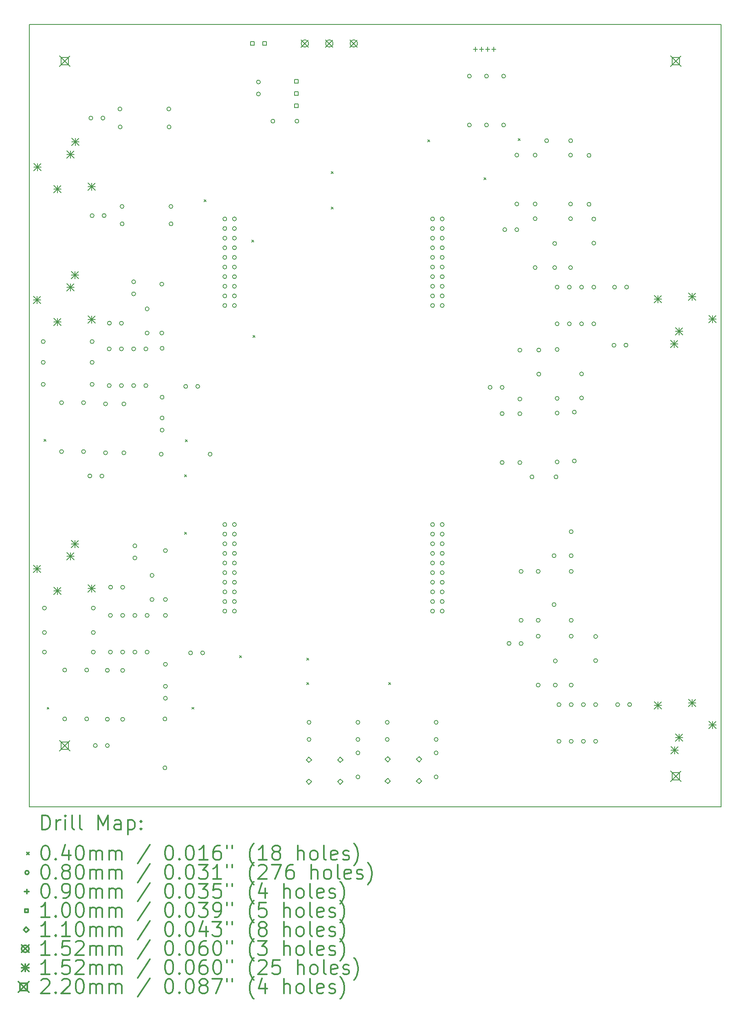
<source format=gbr>
%FSLAX45Y45*%
G04 Gerber Fmt 4.5, Leading zero omitted, Abs format (unit mm)*
G04 Created by KiCad (PCBNEW 4.0.7-e2-6376~58~ubuntu16.04.1) date Mon Oct  9 13:29:06 2017*
%MOMM*%
%LPD*%
G01*
G04 APERTURE LIST*
%ADD10C,0.127000*%
%ADD11C,0.150000*%
%ADD12C,0.200000*%
%ADD13C,0.300000*%
G04 APERTURE END LIST*
D10*
D11*
X25958800Y-6096000D02*
X25908000Y-6096000D01*
X25958800Y-6121400D02*
X25958800Y-6096000D01*
X25958800Y-22352000D02*
X25908000Y-22352000D01*
X11607800Y-6096000D02*
X11582400Y-6096000D01*
X11607800Y-22352000D02*
X11582400Y-22352000D01*
X25908000Y-22352000D02*
X25882600Y-22352000D01*
X25958800Y-20015200D02*
X25958800Y-22352000D01*
X25882600Y-6096000D02*
X25908000Y-6096000D01*
X11607800Y-22352000D02*
X25882600Y-22352000D01*
X25882600Y-6096000D02*
X20116800Y-6096000D01*
X25958800Y-20015200D02*
X25958800Y-6121400D01*
X11582400Y-6096000D02*
X11582400Y-6604000D01*
X20116800Y-6096000D02*
X11607800Y-6096000D01*
X11582400Y-9779000D02*
X11582400Y-6604000D01*
X11582400Y-9779000D02*
X11582400Y-22352000D01*
D12*
X11892600Y-14712000D02*
X11932600Y-14752000D01*
X11932600Y-14712000D02*
X11892600Y-14752000D01*
X11953560Y-20282220D02*
X11993560Y-20322220D01*
X11993560Y-20282220D02*
X11953560Y-20322220D01*
X14813600Y-15448600D02*
X14853600Y-15488600D01*
X14853600Y-15448600D02*
X14813600Y-15488600D01*
X14813600Y-16642400D02*
X14853600Y-16682400D01*
X14853600Y-16642400D02*
X14813600Y-16682400D01*
X14826300Y-14724700D02*
X14866300Y-14764700D01*
X14866300Y-14724700D02*
X14826300Y-14764700D01*
X14963460Y-20282220D02*
X15003460Y-20322220D01*
X15003460Y-20282220D02*
X14963460Y-20322220D01*
X15220000Y-9733600D02*
X15260000Y-9773600D01*
X15260000Y-9733600D02*
X15220000Y-9773600D01*
X15956600Y-19207800D02*
X15996600Y-19247800D01*
X15996600Y-19207800D02*
X15956600Y-19247800D01*
X16210600Y-10571800D02*
X16250600Y-10611800D01*
X16250600Y-10571800D02*
X16210600Y-10611800D01*
X16236000Y-12553000D02*
X16276000Y-12593000D01*
X16276000Y-12553000D02*
X16236000Y-12593000D01*
X17353600Y-19258600D02*
X17393600Y-19298600D01*
X17393600Y-19258600D02*
X17353600Y-19298600D01*
X17353600Y-19766600D02*
X17393600Y-19806600D01*
X17393600Y-19766600D02*
X17353600Y-19806600D01*
X17861600Y-9149400D02*
X17901600Y-9189400D01*
X17901600Y-9149400D02*
X17861600Y-9189400D01*
X17861600Y-9886000D02*
X17901600Y-9926000D01*
X17901600Y-9886000D02*
X17861600Y-9926000D01*
X19055400Y-19766600D02*
X19095400Y-19806600D01*
X19095400Y-19766600D02*
X19055400Y-19806600D01*
X19868200Y-8489000D02*
X19908200Y-8529000D01*
X19908200Y-8489000D02*
X19868200Y-8529000D01*
X21036600Y-9276400D02*
X21076600Y-9316400D01*
X21076600Y-9276400D02*
X21036600Y-9316400D01*
X21747800Y-8463600D02*
X21787800Y-8503600D01*
X21787800Y-8463600D02*
X21747800Y-8503600D01*
X11911960Y-12682220D02*
G75*
G03X11911960Y-12682220I-40000J0D01*
G01*
X11911960Y-13114020D02*
G75*
G03X11911960Y-13114020I-40000J0D01*
G01*
X11911960Y-13571220D02*
G75*
G03X11911960Y-13571220I-40000J0D01*
G01*
X11937360Y-18219420D02*
G75*
G03X11937360Y-18219420I-40000J0D01*
G01*
X11937360Y-18727420D02*
G75*
G03X11937360Y-18727420I-40000J0D01*
G01*
X11937360Y-19133820D02*
G75*
G03X11937360Y-19133820I-40000J0D01*
G01*
X12292960Y-13952220D02*
G75*
G03X12292960Y-13952220I-40000J0D01*
G01*
X12292960Y-14968220D02*
G75*
G03X12292960Y-14968220I-40000J0D01*
G01*
X12359000Y-19507200D02*
G75*
G03X12359000Y-19507200I-40000J0D01*
G01*
X12359000Y-20523200D02*
G75*
G03X12359000Y-20523200I-40000J0D01*
G01*
X12750160Y-13952220D02*
G75*
G03X12750160Y-13952220I-40000J0D01*
G01*
X12750160Y-14968220D02*
G75*
G03X12750160Y-14968220I-40000J0D01*
G01*
X12816200Y-19507200D02*
G75*
G03X12816200Y-19507200I-40000J0D01*
G01*
X12816200Y-20523200D02*
G75*
G03X12816200Y-20523200I-40000J0D01*
G01*
X12881160Y-15476220D02*
G75*
G03X12881160Y-15476220I-40000J0D01*
G01*
X12902560Y-8040370D02*
G75*
G03X12902560Y-8040370I-40000J0D01*
G01*
X12927960Y-10066020D02*
G75*
G03X12927960Y-10066020I-40000J0D01*
G01*
X12927960Y-12682220D02*
G75*
G03X12927960Y-12682220I-40000J0D01*
G01*
X12927960Y-13114020D02*
G75*
G03X12927960Y-13114020I-40000J0D01*
G01*
X12927960Y-13571220D02*
G75*
G03X12927960Y-13571220I-40000J0D01*
G01*
X12953360Y-18219420D02*
G75*
G03X12953360Y-18219420I-40000J0D01*
G01*
X12953360Y-18727420D02*
G75*
G03X12953360Y-18727420I-40000J0D01*
G01*
X12953360Y-19133820D02*
G75*
G03X12953360Y-19133820I-40000J0D01*
G01*
X12995460Y-21076920D02*
G75*
G03X12995460Y-21076920I-40000J0D01*
G01*
X13131160Y-15476220D02*
G75*
G03X13131160Y-15476220I-40000J0D01*
G01*
X13152560Y-8040370D02*
G75*
G03X13152560Y-8040370I-40000J0D01*
G01*
X13177960Y-10066020D02*
G75*
G03X13177960Y-10066020I-40000J0D01*
G01*
X13207360Y-13977620D02*
G75*
G03X13207360Y-13977620I-40000J0D01*
G01*
X13207360Y-14993620D02*
G75*
G03X13207360Y-14993620I-40000J0D01*
G01*
X13245460Y-19514820D02*
G75*
G03X13245460Y-19514820I-40000J0D01*
G01*
X13245460Y-20530820D02*
G75*
G03X13245460Y-20530820I-40000J0D01*
G01*
X13245460Y-21076920D02*
G75*
G03X13245460Y-21076920I-40000J0D01*
G01*
X13283560Y-12834620D02*
G75*
G03X13283560Y-12834620I-40000J0D01*
G01*
X13283560Y-13596620D02*
G75*
G03X13283560Y-13596620I-40000J0D01*
G01*
X13287560Y-12301220D02*
G75*
G03X13287560Y-12301220I-40000J0D01*
G01*
X13308960Y-18371820D02*
G75*
G03X13308960Y-18371820I-40000J0D01*
G01*
X13308960Y-19133820D02*
G75*
G03X13308960Y-19133820I-40000J0D01*
G01*
X13312960Y-17787620D02*
G75*
G03X13312960Y-17787620I-40000J0D01*
G01*
X13505810Y-7849870D02*
G75*
G03X13505810Y-7849870I-40000J0D01*
G01*
X13512160Y-8224520D02*
G75*
G03X13512160Y-8224520I-40000J0D01*
G01*
X13537560Y-12301220D02*
G75*
G03X13537560Y-12301220I-40000J0D01*
G01*
X13537560Y-12834620D02*
G75*
G03X13537560Y-12834620I-40000J0D01*
G01*
X13537560Y-13596620D02*
G75*
G03X13537560Y-13596620I-40000J0D01*
G01*
X13550260Y-9875520D02*
G75*
G03X13550260Y-9875520I-40000J0D01*
G01*
X13552800Y-10236200D02*
G75*
G03X13552800Y-10236200I-40000J0D01*
G01*
X13562960Y-17787620D02*
G75*
G03X13562960Y-17787620I-40000J0D01*
G01*
X13562960Y-18371820D02*
G75*
G03X13562960Y-18371820I-40000J0D01*
G01*
X13562960Y-19133820D02*
G75*
G03X13562960Y-19133820I-40000J0D01*
G01*
X13562960Y-19514820D02*
G75*
G03X13562960Y-19514820I-40000J0D01*
G01*
X13562960Y-20530820D02*
G75*
G03X13562960Y-20530820I-40000J0D01*
G01*
X13588360Y-13977620D02*
G75*
G03X13588360Y-13977620I-40000J0D01*
G01*
X13588360Y-14993620D02*
G75*
G03X13588360Y-14993620I-40000J0D01*
G01*
X13791560Y-11441620D02*
G75*
G03X13791560Y-11441620I-40000J0D01*
G01*
X13791560Y-11691620D02*
G75*
G03X13791560Y-11691620I-40000J0D01*
G01*
X13791560Y-12834620D02*
G75*
G03X13791560Y-12834620I-40000J0D01*
G01*
X13791560Y-13596620D02*
G75*
G03X13791560Y-13596620I-40000J0D01*
G01*
X13816960Y-16928020D02*
G75*
G03X13816960Y-16928020I-40000J0D01*
G01*
X13816960Y-17178020D02*
G75*
G03X13816960Y-17178020I-40000J0D01*
G01*
X13816960Y-18371820D02*
G75*
G03X13816960Y-18371820I-40000J0D01*
G01*
X13816960Y-19133820D02*
G75*
G03X13816960Y-19133820I-40000J0D01*
G01*
X14045560Y-12834620D02*
G75*
G03X14045560Y-12834620I-40000J0D01*
G01*
X14045560Y-13596620D02*
G75*
G03X14045560Y-13596620I-40000J0D01*
G01*
X14070960Y-12004420D02*
G75*
G03X14070960Y-12004420I-40000J0D01*
G01*
X14070960Y-12504420D02*
G75*
G03X14070960Y-12504420I-40000J0D01*
G01*
X14070960Y-18371820D02*
G75*
G03X14070960Y-18371820I-40000J0D01*
G01*
X14070960Y-19133820D02*
G75*
G03X14070960Y-19133820I-40000J0D01*
G01*
X14172560Y-17541620D02*
G75*
G03X14172560Y-17541620I-40000J0D01*
G01*
X14172560Y-18041620D02*
G75*
G03X14172560Y-18041620I-40000J0D01*
G01*
X14365600Y-15024100D02*
G75*
G03X14365600Y-15024100I-40000J0D01*
G01*
X14375760Y-11488420D02*
G75*
G03X14375760Y-11488420I-40000J0D01*
G01*
X14375760Y-12504420D02*
G75*
G03X14375760Y-12504420I-40000J0D01*
G01*
X14383380Y-12824460D02*
G75*
G03X14383380Y-12824460I-40000J0D01*
G01*
X14383380Y-13840460D02*
G75*
G03X14383380Y-13840460I-40000J0D01*
G01*
X14383380Y-14272260D02*
G75*
G03X14383380Y-14272260I-40000J0D01*
G01*
X14383380Y-14522260D02*
G75*
G03X14383380Y-14522260I-40000J0D01*
G01*
X14441800Y-20523200D02*
G75*
G03X14441800Y-20523200I-40000J0D01*
G01*
X14441800Y-21539200D02*
G75*
G03X14441800Y-21539200I-40000J0D01*
G01*
X14451960Y-17025620D02*
G75*
G03X14451960Y-17025620I-40000J0D01*
G01*
X14451960Y-18041620D02*
G75*
G03X14451960Y-18041620I-40000J0D01*
G01*
X14451960Y-18371820D02*
G75*
G03X14451960Y-18371820I-40000J0D01*
G01*
X14451960Y-19387820D02*
G75*
G03X14451960Y-19387820I-40000J0D01*
G01*
X14451960Y-19845020D02*
G75*
G03X14451960Y-19845020I-40000J0D01*
G01*
X14451960Y-20095020D02*
G75*
G03X14451960Y-20095020I-40000J0D01*
G01*
X14521810Y-7849870D02*
G75*
G03X14521810Y-7849870I-40000J0D01*
G01*
X14528160Y-8224520D02*
G75*
G03X14528160Y-8224520I-40000J0D01*
G01*
X14566260Y-9875520D02*
G75*
G03X14566260Y-9875520I-40000J0D01*
G01*
X14568800Y-10236200D02*
G75*
G03X14568800Y-10236200I-40000J0D01*
G01*
X14873600Y-13614400D02*
G75*
G03X14873600Y-13614400I-40000J0D01*
G01*
X14975200Y-19151600D02*
G75*
G03X14975200Y-19151600I-40000J0D01*
G01*
X15123600Y-13614400D02*
G75*
G03X15123600Y-13614400I-40000J0D01*
G01*
X15225200Y-19151600D02*
G75*
G03X15225200Y-19151600I-40000J0D01*
G01*
X15381600Y-15024100D02*
G75*
G03X15381600Y-15024100I-40000J0D01*
G01*
X15686400Y-10134600D02*
G75*
G03X15686400Y-10134600I-40000J0D01*
G01*
X15686400Y-10334600D02*
G75*
G03X15686400Y-10334600I-40000J0D01*
G01*
X15686400Y-10534600D02*
G75*
G03X15686400Y-10534600I-40000J0D01*
G01*
X15686400Y-10734600D02*
G75*
G03X15686400Y-10734600I-40000J0D01*
G01*
X15686400Y-10934600D02*
G75*
G03X15686400Y-10934600I-40000J0D01*
G01*
X15686400Y-11134600D02*
G75*
G03X15686400Y-11134600I-40000J0D01*
G01*
X15686400Y-11334600D02*
G75*
G03X15686400Y-11334600I-40000J0D01*
G01*
X15686400Y-11534600D02*
G75*
G03X15686400Y-11534600I-40000J0D01*
G01*
X15686400Y-11734600D02*
G75*
G03X15686400Y-11734600I-40000J0D01*
G01*
X15686400Y-11934600D02*
G75*
G03X15686400Y-11934600I-40000J0D01*
G01*
X15686400Y-16484600D02*
G75*
G03X15686400Y-16484600I-40000J0D01*
G01*
X15686400Y-16684600D02*
G75*
G03X15686400Y-16684600I-40000J0D01*
G01*
X15686400Y-16884600D02*
G75*
G03X15686400Y-16884600I-40000J0D01*
G01*
X15686400Y-17084600D02*
G75*
G03X15686400Y-17084600I-40000J0D01*
G01*
X15686400Y-17284600D02*
G75*
G03X15686400Y-17284600I-40000J0D01*
G01*
X15686400Y-17484600D02*
G75*
G03X15686400Y-17484600I-40000J0D01*
G01*
X15686400Y-17684600D02*
G75*
G03X15686400Y-17684600I-40000J0D01*
G01*
X15686400Y-17884600D02*
G75*
G03X15686400Y-17884600I-40000J0D01*
G01*
X15686400Y-18084600D02*
G75*
G03X15686400Y-18084600I-40000J0D01*
G01*
X15686400Y-18284600D02*
G75*
G03X15686400Y-18284600I-40000J0D01*
G01*
X15886400Y-10134600D02*
G75*
G03X15886400Y-10134600I-40000J0D01*
G01*
X15886400Y-10334600D02*
G75*
G03X15886400Y-10334600I-40000J0D01*
G01*
X15886400Y-10534600D02*
G75*
G03X15886400Y-10534600I-40000J0D01*
G01*
X15886400Y-10734600D02*
G75*
G03X15886400Y-10734600I-40000J0D01*
G01*
X15886400Y-10934600D02*
G75*
G03X15886400Y-10934600I-40000J0D01*
G01*
X15886400Y-11134600D02*
G75*
G03X15886400Y-11134600I-40000J0D01*
G01*
X15886400Y-11334600D02*
G75*
G03X15886400Y-11334600I-40000J0D01*
G01*
X15886400Y-11534600D02*
G75*
G03X15886400Y-11534600I-40000J0D01*
G01*
X15886400Y-11734600D02*
G75*
G03X15886400Y-11734600I-40000J0D01*
G01*
X15886400Y-11934600D02*
G75*
G03X15886400Y-11934600I-40000J0D01*
G01*
X15886400Y-16484600D02*
G75*
G03X15886400Y-16484600I-40000J0D01*
G01*
X15886400Y-16684600D02*
G75*
G03X15886400Y-16684600I-40000J0D01*
G01*
X15886400Y-16884600D02*
G75*
G03X15886400Y-16884600I-40000J0D01*
G01*
X15886400Y-17084600D02*
G75*
G03X15886400Y-17084600I-40000J0D01*
G01*
X15886400Y-17284600D02*
G75*
G03X15886400Y-17284600I-40000J0D01*
G01*
X15886400Y-17484600D02*
G75*
G03X15886400Y-17484600I-40000J0D01*
G01*
X15886400Y-17684600D02*
G75*
G03X15886400Y-17684600I-40000J0D01*
G01*
X15886400Y-17884600D02*
G75*
G03X15886400Y-17884600I-40000J0D01*
G01*
X15886400Y-18084600D02*
G75*
G03X15886400Y-18084600I-40000J0D01*
G01*
X15886400Y-18284600D02*
G75*
G03X15886400Y-18284600I-40000J0D01*
G01*
X16384900Y-7289800D02*
G75*
G03X16384900Y-7289800I-40000J0D01*
G01*
X16384900Y-7539800D02*
G75*
G03X16384900Y-7539800I-40000J0D01*
G01*
X16685000Y-8102600D02*
G75*
G03X16685000Y-8102600I-40000J0D01*
G01*
X17185000Y-8102600D02*
G75*
G03X17185000Y-8102600I-40000J0D01*
G01*
X17436460Y-20594320D02*
G75*
G03X17436460Y-20594320I-40000J0D01*
G01*
X17436460Y-20949920D02*
G75*
G03X17436460Y-20949920I-40000J0D01*
G01*
X18452460Y-20594320D02*
G75*
G03X18452460Y-20594320I-40000J0D01*
G01*
X18452460Y-20949920D02*
G75*
G03X18452460Y-20949920I-40000J0D01*
G01*
X18452460Y-21229320D02*
G75*
G03X18452460Y-21229320I-40000J0D01*
G01*
X18452460Y-21729320D02*
G75*
G03X18452460Y-21729320I-40000J0D01*
G01*
X19062060Y-20594320D02*
G75*
G03X19062060Y-20594320I-40000J0D01*
G01*
X19062060Y-20949920D02*
G75*
G03X19062060Y-20949920I-40000J0D01*
G01*
X20004400Y-10134600D02*
G75*
G03X20004400Y-10134600I-40000J0D01*
G01*
X20004400Y-10334600D02*
G75*
G03X20004400Y-10334600I-40000J0D01*
G01*
X20004400Y-10534600D02*
G75*
G03X20004400Y-10534600I-40000J0D01*
G01*
X20004400Y-10734600D02*
G75*
G03X20004400Y-10734600I-40000J0D01*
G01*
X20004400Y-10934600D02*
G75*
G03X20004400Y-10934600I-40000J0D01*
G01*
X20004400Y-11134600D02*
G75*
G03X20004400Y-11134600I-40000J0D01*
G01*
X20004400Y-11334600D02*
G75*
G03X20004400Y-11334600I-40000J0D01*
G01*
X20004400Y-11534600D02*
G75*
G03X20004400Y-11534600I-40000J0D01*
G01*
X20004400Y-11734600D02*
G75*
G03X20004400Y-11734600I-40000J0D01*
G01*
X20004400Y-11934600D02*
G75*
G03X20004400Y-11934600I-40000J0D01*
G01*
X20004400Y-16484600D02*
G75*
G03X20004400Y-16484600I-40000J0D01*
G01*
X20004400Y-16684600D02*
G75*
G03X20004400Y-16684600I-40000J0D01*
G01*
X20004400Y-16884600D02*
G75*
G03X20004400Y-16884600I-40000J0D01*
G01*
X20004400Y-17084600D02*
G75*
G03X20004400Y-17084600I-40000J0D01*
G01*
X20004400Y-17284600D02*
G75*
G03X20004400Y-17284600I-40000J0D01*
G01*
X20004400Y-17484600D02*
G75*
G03X20004400Y-17484600I-40000J0D01*
G01*
X20004400Y-17684600D02*
G75*
G03X20004400Y-17684600I-40000J0D01*
G01*
X20004400Y-17884600D02*
G75*
G03X20004400Y-17884600I-40000J0D01*
G01*
X20004400Y-18084600D02*
G75*
G03X20004400Y-18084600I-40000J0D01*
G01*
X20004400Y-18284600D02*
G75*
G03X20004400Y-18284600I-40000J0D01*
G01*
X20078060Y-20594320D02*
G75*
G03X20078060Y-20594320I-40000J0D01*
G01*
X20078060Y-20949920D02*
G75*
G03X20078060Y-20949920I-40000J0D01*
G01*
X20078060Y-21229320D02*
G75*
G03X20078060Y-21229320I-40000J0D01*
G01*
X20078060Y-21729320D02*
G75*
G03X20078060Y-21729320I-40000J0D01*
G01*
X20204400Y-10134600D02*
G75*
G03X20204400Y-10134600I-40000J0D01*
G01*
X20204400Y-10334600D02*
G75*
G03X20204400Y-10334600I-40000J0D01*
G01*
X20204400Y-10534600D02*
G75*
G03X20204400Y-10534600I-40000J0D01*
G01*
X20204400Y-10734600D02*
G75*
G03X20204400Y-10734600I-40000J0D01*
G01*
X20204400Y-10934600D02*
G75*
G03X20204400Y-10934600I-40000J0D01*
G01*
X20204400Y-11134600D02*
G75*
G03X20204400Y-11134600I-40000J0D01*
G01*
X20204400Y-11334600D02*
G75*
G03X20204400Y-11334600I-40000J0D01*
G01*
X20204400Y-11534600D02*
G75*
G03X20204400Y-11534600I-40000J0D01*
G01*
X20204400Y-11734600D02*
G75*
G03X20204400Y-11734600I-40000J0D01*
G01*
X20204400Y-11934600D02*
G75*
G03X20204400Y-11934600I-40000J0D01*
G01*
X20204400Y-16484600D02*
G75*
G03X20204400Y-16484600I-40000J0D01*
G01*
X20204400Y-16684600D02*
G75*
G03X20204400Y-16684600I-40000J0D01*
G01*
X20204400Y-16884600D02*
G75*
G03X20204400Y-16884600I-40000J0D01*
G01*
X20204400Y-17084600D02*
G75*
G03X20204400Y-17084600I-40000J0D01*
G01*
X20204400Y-17284600D02*
G75*
G03X20204400Y-17284600I-40000J0D01*
G01*
X20204400Y-17484600D02*
G75*
G03X20204400Y-17484600I-40000J0D01*
G01*
X20204400Y-17684600D02*
G75*
G03X20204400Y-17684600I-40000J0D01*
G01*
X20204400Y-17884600D02*
G75*
G03X20204400Y-17884600I-40000J0D01*
G01*
X20204400Y-18084600D02*
G75*
G03X20204400Y-18084600I-40000J0D01*
G01*
X20204400Y-18284600D02*
G75*
G03X20204400Y-18284600I-40000J0D01*
G01*
X20768940Y-7167880D02*
G75*
G03X20768940Y-7167880I-40000J0D01*
G01*
X20768940Y-8183880D02*
G75*
G03X20768940Y-8183880I-40000J0D01*
G01*
X21124540Y-7167880D02*
G75*
G03X21124540Y-7167880I-40000J0D01*
G01*
X21124540Y-8183880D02*
G75*
G03X21124540Y-8183880I-40000J0D01*
G01*
X21199660Y-13634720D02*
G75*
G03X21199660Y-13634720I-40000J0D01*
G01*
X21449660Y-13634720D02*
G75*
G03X21449660Y-13634720I-40000J0D01*
G01*
X21449660Y-14180820D02*
G75*
G03X21449660Y-14180820I-40000J0D01*
G01*
X21449660Y-15196820D02*
G75*
G03X21449660Y-15196820I-40000J0D01*
G01*
X21480140Y-7167880D02*
G75*
G03X21480140Y-7167880I-40000J0D01*
G01*
X21480140Y-8183880D02*
G75*
G03X21480140Y-8183880I-40000J0D01*
G01*
X21504460Y-10358120D02*
G75*
G03X21504460Y-10358120I-40000J0D01*
G01*
X21593360Y-18956020D02*
G75*
G03X21593360Y-18956020I-40000J0D01*
G01*
X21754460Y-8808720D02*
G75*
G03X21754460Y-8808720I-40000J0D01*
G01*
X21754460Y-9824720D02*
G75*
G03X21754460Y-9824720I-40000J0D01*
G01*
X21754460Y-10358120D02*
G75*
G03X21754460Y-10358120I-40000J0D01*
G01*
X21817960Y-12860020D02*
G75*
G03X21817960Y-12860020I-40000J0D01*
G01*
X21817960Y-13876020D02*
G75*
G03X21817960Y-13876020I-40000J0D01*
G01*
X21817960Y-14180820D02*
G75*
G03X21817960Y-14180820I-40000J0D01*
G01*
X21817960Y-15196820D02*
G75*
G03X21817960Y-15196820I-40000J0D01*
G01*
X21843360Y-17457420D02*
G75*
G03X21843360Y-17457420I-40000J0D01*
G01*
X21843360Y-18473420D02*
G75*
G03X21843360Y-18473420I-40000J0D01*
G01*
X21843360Y-18956020D02*
G75*
G03X21843360Y-18956020I-40000J0D01*
G01*
X22069800Y-15494000D02*
G75*
G03X22069800Y-15494000I-40000J0D01*
G01*
X22135460Y-8808720D02*
G75*
G03X22135460Y-8808720I-40000J0D01*
G01*
X22135460Y-9824720D02*
G75*
G03X22135460Y-9824720I-40000J0D01*
G01*
X22135460Y-10129520D02*
G75*
G03X22135460Y-10129520I-40000J0D01*
G01*
X22135460Y-11145520D02*
G75*
G03X22135460Y-11145520I-40000J0D01*
G01*
X22198960Y-17457420D02*
G75*
G03X22198960Y-17457420I-40000J0D01*
G01*
X22198960Y-18473420D02*
G75*
G03X22198960Y-18473420I-40000J0D01*
G01*
X22198960Y-18803620D02*
G75*
G03X22198960Y-18803620I-40000J0D01*
G01*
X22198960Y-19819620D02*
G75*
G03X22198960Y-19819620I-40000J0D01*
G01*
X22211660Y-12860020D02*
G75*
G03X22211660Y-12860020I-40000J0D01*
G01*
X22211660Y-13360020D02*
G75*
G03X22211660Y-13360020I-40000J0D01*
G01*
X22374600Y-8509000D02*
G75*
G03X22374600Y-8509000I-40000J0D01*
G01*
X22529160Y-17133570D02*
G75*
G03X22529160Y-17133570I-40000J0D01*
G01*
X22529160Y-18149570D02*
G75*
G03X22529160Y-18149570I-40000J0D01*
G01*
X22541860Y-10645520D02*
G75*
G03X22541860Y-10645520I-40000J0D01*
G01*
X22541860Y-11145520D02*
G75*
G03X22541860Y-11145520I-40000J0D01*
G01*
X22554560Y-19319620D02*
G75*
G03X22554560Y-19319620I-40000J0D01*
G01*
X22554560Y-19819620D02*
G75*
G03X22554560Y-19819620I-40000J0D01*
G01*
X22569800Y-15494000D02*
G75*
G03X22569800Y-15494000I-40000J0D01*
G01*
X22592660Y-11551920D02*
G75*
G03X22592660Y-11551920I-40000J0D01*
G01*
X22592660Y-12313920D02*
G75*
G03X22592660Y-12313920I-40000J0D01*
G01*
X22592660Y-12847320D02*
G75*
G03X22592660Y-12847320I-40000J0D01*
G01*
X22592660Y-13863320D02*
G75*
G03X22592660Y-13863320I-40000J0D01*
G01*
X22592660Y-14168120D02*
G75*
G03X22592660Y-14168120I-40000J0D01*
G01*
X22592660Y-15184120D02*
G75*
G03X22592660Y-15184120I-40000J0D01*
G01*
X22630760Y-20226020D02*
G75*
G03X22630760Y-20226020I-40000J0D01*
G01*
X22630760Y-20988020D02*
G75*
G03X22630760Y-20988020I-40000J0D01*
G01*
X22846660Y-11551920D02*
G75*
G03X22846660Y-11551920I-40000J0D01*
G01*
X22846660Y-12313920D02*
G75*
G03X22846660Y-12313920I-40000J0D01*
G01*
X22872060Y-8808720D02*
G75*
G03X22872060Y-8808720I-40000J0D01*
G01*
X22872060Y-9824720D02*
G75*
G03X22872060Y-9824720I-40000J0D01*
G01*
X22872060Y-10129520D02*
G75*
G03X22872060Y-10129520I-40000J0D01*
G01*
X22872060Y-11145520D02*
G75*
G03X22872060Y-11145520I-40000J0D01*
G01*
X22874600Y-8509000D02*
G75*
G03X22874600Y-8509000I-40000J0D01*
G01*
X22884760Y-16633570D02*
G75*
G03X22884760Y-16633570I-40000J0D01*
G01*
X22884760Y-17133570D02*
G75*
G03X22884760Y-17133570I-40000J0D01*
G01*
X22884760Y-17457420D02*
G75*
G03X22884760Y-17457420I-40000J0D01*
G01*
X22884760Y-18473420D02*
G75*
G03X22884760Y-18473420I-40000J0D01*
G01*
X22884760Y-18803620D02*
G75*
G03X22884760Y-18803620I-40000J0D01*
G01*
X22884760Y-19819620D02*
G75*
G03X22884760Y-19819620I-40000J0D01*
G01*
X22884760Y-20226020D02*
G75*
G03X22884760Y-20226020I-40000J0D01*
G01*
X22884760Y-20988020D02*
G75*
G03X22884760Y-20988020I-40000J0D01*
G01*
X22950800Y-14147800D02*
G75*
G03X22950800Y-14147800I-40000J0D01*
G01*
X22950800Y-15163800D02*
G75*
G03X22950800Y-15163800I-40000J0D01*
G01*
X23100660Y-11551920D02*
G75*
G03X23100660Y-11551920I-40000J0D01*
G01*
X23100660Y-12313920D02*
G75*
G03X23100660Y-12313920I-40000J0D01*
G01*
X23100660Y-13355320D02*
G75*
G03X23100660Y-13355320I-40000J0D01*
G01*
X23100660Y-13855320D02*
G75*
G03X23100660Y-13855320I-40000J0D01*
G01*
X23138760Y-20226020D02*
G75*
G03X23138760Y-20226020I-40000J0D01*
G01*
X23138760Y-20988020D02*
G75*
G03X23138760Y-20988020I-40000J0D01*
G01*
X23255600Y-8813800D02*
G75*
G03X23255600Y-8813800I-40000J0D01*
G01*
X23255600Y-9829800D02*
G75*
G03X23255600Y-9829800I-40000J0D01*
G01*
X23354660Y-10137520D02*
G75*
G03X23354660Y-10137520I-40000J0D01*
G01*
X23354660Y-10637520D02*
G75*
G03X23354660Y-10637520I-40000J0D01*
G01*
X23354660Y-11551920D02*
G75*
G03X23354660Y-11551920I-40000J0D01*
G01*
X23354660Y-12313920D02*
G75*
G03X23354660Y-12313920I-40000J0D01*
G01*
X23392760Y-18811620D02*
G75*
G03X23392760Y-18811620I-40000J0D01*
G01*
X23392760Y-19311620D02*
G75*
G03X23392760Y-19311620I-40000J0D01*
G01*
X23392760Y-20226020D02*
G75*
G03X23392760Y-20226020I-40000J0D01*
G01*
X23392760Y-20988020D02*
G75*
G03X23392760Y-20988020I-40000J0D01*
G01*
X23773760Y-12758420D02*
G75*
G03X23773760Y-12758420I-40000J0D01*
G01*
X23786460Y-11551920D02*
G75*
G03X23786460Y-11551920I-40000J0D01*
G01*
X23849960Y-20226020D02*
G75*
G03X23849960Y-20226020I-40000J0D01*
G01*
X24023760Y-12758420D02*
G75*
G03X24023760Y-12758420I-40000J0D01*
G01*
X24036460Y-11551920D02*
G75*
G03X24036460Y-11551920I-40000J0D01*
G01*
X24099960Y-20226020D02*
G75*
G03X24099960Y-20226020I-40000J0D01*
G01*
X20855940Y-6564080D02*
X20855940Y-6654080D01*
X20810940Y-6609080D02*
X20900940Y-6609080D01*
X20982940Y-6564080D02*
X20982940Y-6654080D01*
X20937940Y-6609080D02*
X21027940Y-6609080D01*
X21109940Y-6564080D02*
X21109940Y-6654080D01*
X21064940Y-6609080D02*
X21154940Y-6609080D01*
X21236940Y-6564080D02*
X21236940Y-6654080D01*
X21191940Y-6609080D02*
X21281940Y-6609080D01*
X16253256Y-6525056D02*
X16253256Y-6454344D01*
X16182544Y-6454344D01*
X16182544Y-6525056D01*
X16253256Y-6525056D01*
X16507256Y-6525056D02*
X16507256Y-6454344D01*
X16436544Y-6454344D01*
X16436544Y-6525056D01*
X16507256Y-6525056D01*
X17167656Y-7312456D02*
X17167656Y-7241744D01*
X17096944Y-7241744D01*
X17096944Y-7312456D01*
X17167656Y-7312456D01*
X17167656Y-7566456D02*
X17167656Y-7495744D01*
X17096944Y-7495744D01*
X17096944Y-7566456D01*
X17167656Y-7566456D01*
X17167656Y-7820456D02*
X17167656Y-7749744D01*
X17096944Y-7749744D01*
X17096944Y-7820456D01*
X17167656Y-7820456D01*
X17394160Y-21431220D02*
X17449160Y-21376220D01*
X17394160Y-21321220D01*
X17339160Y-21376220D01*
X17394160Y-21431220D01*
X17394160Y-21881220D02*
X17449160Y-21826220D01*
X17394160Y-21771220D01*
X17339160Y-21826220D01*
X17394160Y-21881220D01*
X18044160Y-21431220D02*
X18099160Y-21376220D01*
X18044160Y-21321220D01*
X17989160Y-21376220D01*
X18044160Y-21431220D01*
X18044160Y-21881220D02*
X18099160Y-21826220D01*
X18044160Y-21771220D01*
X17989160Y-21826220D01*
X18044160Y-21881220D01*
X19032460Y-21418520D02*
X19087460Y-21363520D01*
X19032460Y-21308520D01*
X18977460Y-21363520D01*
X19032460Y-21418520D01*
X19032460Y-21868520D02*
X19087460Y-21813520D01*
X19032460Y-21758520D01*
X18977460Y-21813520D01*
X19032460Y-21868520D01*
X19682460Y-21418520D02*
X19737460Y-21363520D01*
X19682460Y-21308520D01*
X19627460Y-21363520D01*
X19682460Y-21418520D01*
X19682460Y-21868520D02*
X19737460Y-21813520D01*
X19682460Y-21758520D01*
X19627460Y-21813520D01*
X19682460Y-21868520D01*
X17234100Y-6413700D02*
X17386100Y-6565700D01*
X17386100Y-6413700D02*
X17234100Y-6565700D01*
X17386100Y-6489700D02*
G75*
G03X17386100Y-6489700I-76000J0D01*
G01*
X17742100Y-6413700D02*
X17894100Y-6565700D01*
X17894100Y-6413700D02*
X17742100Y-6565700D01*
X17894100Y-6489700D02*
G75*
G03X17894100Y-6489700I-76000J0D01*
G01*
X18250100Y-6413700D02*
X18402100Y-6565700D01*
X18402100Y-6413700D02*
X18250100Y-6565700D01*
X18402100Y-6489700D02*
G75*
G03X18402100Y-6489700I-76000J0D01*
G01*
X11668760Y-11742420D02*
X11821160Y-11894820D01*
X11821160Y-11742420D02*
X11668760Y-11894820D01*
X11744960Y-11742420D02*
X11744960Y-11894820D01*
X11668760Y-11818620D02*
X11821160Y-11818620D01*
X11668760Y-17330420D02*
X11821160Y-17482820D01*
X11821160Y-17330420D02*
X11668760Y-17482820D01*
X11744960Y-17330420D02*
X11744960Y-17482820D01*
X11668760Y-17406620D02*
X11821160Y-17406620D01*
X11675110Y-8980170D02*
X11827510Y-9132570D01*
X11827510Y-8980170D02*
X11675110Y-9132570D01*
X11751310Y-8980170D02*
X11751310Y-9132570D01*
X11675110Y-9056370D02*
X11827510Y-9056370D01*
X12088760Y-12202420D02*
X12241160Y-12354820D01*
X12241160Y-12202420D02*
X12088760Y-12354820D01*
X12164960Y-12202420D02*
X12164960Y-12354820D01*
X12088760Y-12278620D02*
X12241160Y-12278620D01*
X12088760Y-17790420D02*
X12241160Y-17942820D01*
X12241160Y-17790420D02*
X12088760Y-17942820D01*
X12164960Y-17790420D02*
X12164960Y-17942820D01*
X12088760Y-17866620D02*
X12241160Y-17866620D01*
X12095110Y-9440170D02*
X12247510Y-9592570D01*
X12247510Y-9440170D02*
X12095110Y-9592570D01*
X12171310Y-9440170D02*
X12171310Y-9592570D01*
X12095110Y-9516370D02*
X12247510Y-9516370D01*
X12358760Y-11482420D02*
X12511160Y-11634820D01*
X12511160Y-11482420D02*
X12358760Y-11634820D01*
X12434960Y-11482420D02*
X12434960Y-11634820D01*
X12358760Y-11558620D02*
X12511160Y-11558620D01*
X12358760Y-17070420D02*
X12511160Y-17222820D01*
X12511160Y-17070420D02*
X12358760Y-17222820D01*
X12434960Y-17070420D02*
X12434960Y-17222820D01*
X12358760Y-17146620D02*
X12511160Y-17146620D01*
X12365110Y-8720170D02*
X12517510Y-8872570D01*
X12517510Y-8720170D02*
X12365110Y-8872570D01*
X12441310Y-8720170D02*
X12441310Y-8872570D01*
X12365110Y-8796370D02*
X12517510Y-8796370D01*
X12458760Y-11222420D02*
X12611160Y-11374820D01*
X12611160Y-11222420D02*
X12458760Y-11374820D01*
X12534960Y-11222420D02*
X12534960Y-11374820D01*
X12458760Y-11298620D02*
X12611160Y-11298620D01*
X12458760Y-16810420D02*
X12611160Y-16962820D01*
X12611160Y-16810420D02*
X12458760Y-16962820D01*
X12534960Y-16810420D02*
X12534960Y-16962820D01*
X12458760Y-16886620D02*
X12611160Y-16886620D01*
X12465110Y-8460170D02*
X12617510Y-8612570D01*
X12617510Y-8460170D02*
X12465110Y-8612570D01*
X12541310Y-8460170D02*
X12541310Y-8612570D01*
X12465110Y-8536370D02*
X12617510Y-8536370D01*
X12798760Y-12152420D02*
X12951160Y-12304820D01*
X12951160Y-12152420D02*
X12798760Y-12304820D01*
X12874960Y-12152420D02*
X12874960Y-12304820D01*
X12798760Y-12228620D02*
X12951160Y-12228620D01*
X12798760Y-17740420D02*
X12951160Y-17892820D01*
X12951160Y-17740420D02*
X12798760Y-17892820D01*
X12874960Y-17740420D02*
X12874960Y-17892820D01*
X12798760Y-17816620D02*
X12951160Y-17816620D01*
X12805110Y-9390170D02*
X12957510Y-9542570D01*
X12957510Y-9390170D02*
X12805110Y-9542570D01*
X12881310Y-9390170D02*
X12881310Y-9542570D01*
X12805110Y-9466370D02*
X12957510Y-9466370D01*
X24572260Y-11726120D02*
X24724660Y-11878520D01*
X24724660Y-11726120D02*
X24572260Y-11878520D01*
X24648460Y-11726120D02*
X24648460Y-11878520D01*
X24572260Y-11802320D02*
X24724660Y-11802320D01*
X24574800Y-20164000D02*
X24727200Y-20316400D01*
X24727200Y-20164000D02*
X24574800Y-20316400D01*
X24651000Y-20164000D02*
X24651000Y-20316400D01*
X24574800Y-20240200D02*
X24727200Y-20240200D01*
X24912260Y-12656120D02*
X25064660Y-12808520D01*
X25064660Y-12656120D02*
X24912260Y-12808520D01*
X24988460Y-12656120D02*
X24988460Y-12808520D01*
X24912260Y-12732320D02*
X25064660Y-12732320D01*
X24914800Y-21094000D02*
X25067200Y-21246400D01*
X25067200Y-21094000D02*
X24914800Y-21246400D01*
X24991000Y-21094000D02*
X24991000Y-21246400D01*
X24914800Y-21170200D02*
X25067200Y-21170200D01*
X25012260Y-12396120D02*
X25164660Y-12548520D01*
X25164660Y-12396120D02*
X25012260Y-12548520D01*
X25088460Y-12396120D02*
X25088460Y-12548520D01*
X25012260Y-12472320D02*
X25164660Y-12472320D01*
X25014800Y-20834000D02*
X25167200Y-20986400D01*
X25167200Y-20834000D02*
X25014800Y-20986400D01*
X25091000Y-20834000D02*
X25091000Y-20986400D01*
X25014800Y-20910200D02*
X25167200Y-20910200D01*
X25282260Y-11676120D02*
X25434660Y-11828520D01*
X25434660Y-11676120D02*
X25282260Y-11828520D01*
X25358460Y-11676120D02*
X25358460Y-11828520D01*
X25282260Y-11752320D02*
X25434660Y-11752320D01*
X25284800Y-20114000D02*
X25437200Y-20266400D01*
X25437200Y-20114000D02*
X25284800Y-20266400D01*
X25361000Y-20114000D02*
X25361000Y-20266400D01*
X25284800Y-20190200D02*
X25437200Y-20190200D01*
X25702260Y-12136120D02*
X25854660Y-12288520D01*
X25854660Y-12136120D02*
X25702260Y-12288520D01*
X25778460Y-12136120D02*
X25778460Y-12288520D01*
X25702260Y-12212320D02*
X25854660Y-12212320D01*
X25704800Y-20574000D02*
X25857200Y-20726400D01*
X25857200Y-20574000D02*
X25704800Y-20726400D01*
X25781000Y-20574000D02*
X25781000Y-20726400D01*
X25704800Y-20650200D02*
X25857200Y-20650200D01*
X12209000Y-6748000D02*
X12429000Y-6968000D01*
X12429000Y-6748000D02*
X12209000Y-6968000D01*
X12396782Y-6935782D02*
X12396782Y-6780217D01*
X12241217Y-6780217D01*
X12241217Y-6935782D01*
X12396782Y-6935782D01*
X12209000Y-20972000D02*
X12429000Y-21192000D01*
X12429000Y-20972000D02*
X12209000Y-21192000D01*
X12396782Y-21159783D02*
X12396782Y-21004218D01*
X12241217Y-21004218D01*
X12241217Y-21159783D01*
X12396782Y-21159783D01*
X24909000Y-6748000D02*
X25129000Y-6968000D01*
X25129000Y-6748000D02*
X24909000Y-6968000D01*
X25096782Y-6935782D02*
X25096782Y-6780217D01*
X24941217Y-6780217D01*
X24941217Y-6935782D01*
X25096782Y-6935782D01*
X24909000Y-21607000D02*
X25129000Y-21827000D01*
X25129000Y-21607000D02*
X24909000Y-21827000D01*
X25096782Y-21794783D02*
X25096782Y-21639218D01*
X24941217Y-21639218D01*
X24941217Y-21794783D01*
X25096782Y-21794783D01*
D13*
X11846328Y-22825214D02*
X11846328Y-22525214D01*
X11917757Y-22525214D01*
X11960614Y-22539500D01*
X11989186Y-22568071D01*
X12003471Y-22596643D01*
X12017757Y-22653786D01*
X12017757Y-22696643D01*
X12003471Y-22753786D01*
X11989186Y-22782357D01*
X11960614Y-22810929D01*
X11917757Y-22825214D01*
X11846328Y-22825214D01*
X12146328Y-22825214D02*
X12146328Y-22625214D01*
X12146328Y-22682357D02*
X12160614Y-22653786D01*
X12174900Y-22639500D01*
X12203471Y-22625214D01*
X12232043Y-22625214D01*
X12332043Y-22825214D02*
X12332043Y-22625214D01*
X12332043Y-22525214D02*
X12317757Y-22539500D01*
X12332043Y-22553786D01*
X12346328Y-22539500D01*
X12332043Y-22525214D01*
X12332043Y-22553786D01*
X12517757Y-22825214D02*
X12489186Y-22810929D01*
X12474900Y-22782357D01*
X12474900Y-22525214D01*
X12674900Y-22825214D02*
X12646328Y-22810929D01*
X12632043Y-22782357D01*
X12632043Y-22525214D01*
X13017757Y-22825214D02*
X13017757Y-22525214D01*
X13117757Y-22739500D01*
X13217757Y-22525214D01*
X13217757Y-22825214D01*
X13489186Y-22825214D02*
X13489186Y-22668071D01*
X13474900Y-22639500D01*
X13446328Y-22625214D01*
X13389186Y-22625214D01*
X13360614Y-22639500D01*
X13489186Y-22810929D02*
X13460614Y-22825214D01*
X13389186Y-22825214D01*
X13360614Y-22810929D01*
X13346328Y-22782357D01*
X13346328Y-22753786D01*
X13360614Y-22725214D01*
X13389186Y-22710929D01*
X13460614Y-22710929D01*
X13489186Y-22696643D01*
X13632043Y-22625214D02*
X13632043Y-22925214D01*
X13632043Y-22639500D02*
X13660614Y-22625214D01*
X13717757Y-22625214D01*
X13746328Y-22639500D01*
X13760614Y-22653786D01*
X13774900Y-22682357D01*
X13774900Y-22768071D01*
X13760614Y-22796643D01*
X13746328Y-22810929D01*
X13717757Y-22825214D01*
X13660614Y-22825214D01*
X13632043Y-22810929D01*
X13903471Y-22796643D02*
X13917757Y-22810929D01*
X13903471Y-22825214D01*
X13889186Y-22810929D01*
X13903471Y-22796643D01*
X13903471Y-22825214D01*
X13903471Y-22639500D02*
X13917757Y-22653786D01*
X13903471Y-22668071D01*
X13889186Y-22653786D01*
X13903471Y-22639500D01*
X13903471Y-22668071D01*
X11534900Y-23299500D02*
X11574900Y-23339500D01*
X11574900Y-23299500D02*
X11534900Y-23339500D01*
X11903471Y-23155214D02*
X11932043Y-23155214D01*
X11960614Y-23169500D01*
X11974900Y-23183786D01*
X11989186Y-23212357D01*
X12003471Y-23269500D01*
X12003471Y-23340929D01*
X11989186Y-23398071D01*
X11974900Y-23426643D01*
X11960614Y-23440929D01*
X11932043Y-23455214D01*
X11903471Y-23455214D01*
X11874900Y-23440929D01*
X11860614Y-23426643D01*
X11846328Y-23398071D01*
X11832043Y-23340929D01*
X11832043Y-23269500D01*
X11846328Y-23212357D01*
X11860614Y-23183786D01*
X11874900Y-23169500D01*
X11903471Y-23155214D01*
X12132043Y-23426643D02*
X12146328Y-23440929D01*
X12132043Y-23455214D01*
X12117757Y-23440929D01*
X12132043Y-23426643D01*
X12132043Y-23455214D01*
X12403471Y-23255214D02*
X12403471Y-23455214D01*
X12332043Y-23140929D02*
X12260614Y-23355214D01*
X12446328Y-23355214D01*
X12617757Y-23155214D02*
X12646328Y-23155214D01*
X12674900Y-23169500D01*
X12689186Y-23183786D01*
X12703471Y-23212357D01*
X12717757Y-23269500D01*
X12717757Y-23340929D01*
X12703471Y-23398071D01*
X12689186Y-23426643D01*
X12674900Y-23440929D01*
X12646328Y-23455214D01*
X12617757Y-23455214D01*
X12589186Y-23440929D01*
X12574900Y-23426643D01*
X12560614Y-23398071D01*
X12546328Y-23340929D01*
X12546328Y-23269500D01*
X12560614Y-23212357D01*
X12574900Y-23183786D01*
X12589186Y-23169500D01*
X12617757Y-23155214D01*
X12846328Y-23455214D02*
X12846328Y-23255214D01*
X12846328Y-23283786D02*
X12860614Y-23269500D01*
X12889186Y-23255214D01*
X12932043Y-23255214D01*
X12960614Y-23269500D01*
X12974900Y-23298071D01*
X12974900Y-23455214D01*
X12974900Y-23298071D02*
X12989186Y-23269500D01*
X13017757Y-23255214D01*
X13060614Y-23255214D01*
X13089186Y-23269500D01*
X13103471Y-23298071D01*
X13103471Y-23455214D01*
X13246328Y-23455214D02*
X13246328Y-23255214D01*
X13246328Y-23283786D02*
X13260614Y-23269500D01*
X13289186Y-23255214D01*
X13332043Y-23255214D01*
X13360614Y-23269500D01*
X13374900Y-23298071D01*
X13374900Y-23455214D01*
X13374900Y-23298071D02*
X13389186Y-23269500D01*
X13417757Y-23255214D01*
X13460614Y-23255214D01*
X13489186Y-23269500D01*
X13503471Y-23298071D01*
X13503471Y-23455214D01*
X14089186Y-23140929D02*
X13832043Y-23526643D01*
X14474900Y-23155214D02*
X14503471Y-23155214D01*
X14532043Y-23169500D01*
X14546328Y-23183786D01*
X14560614Y-23212357D01*
X14574900Y-23269500D01*
X14574900Y-23340929D01*
X14560614Y-23398071D01*
X14546328Y-23426643D01*
X14532043Y-23440929D01*
X14503471Y-23455214D01*
X14474900Y-23455214D01*
X14446328Y-23440929D01*
X14432043Y-23426643D01*
X14417757Y-23398071D01*
X14403471Y-23340929D01*
X14403471Y-23269500D01*
X14417757Y-23212357D01*
X14432043Y-23183786D01*
X14446328Y-23169500D01*
X14474900Y-23155214D01*
X14703471Y-23426643D02*
X14717757Y-23440929D01*
X14703471Y-23455214D01*
X14689186Y-23440929D01*
X14703471Y-23426643D01*
X14703471Y-23455214D01*
X14903471Y-23155214D02*
X14932043Y-23155214D01*
X14960614Y-23169500D01*
X14974900Y-23183786D01*
X14989185Y-23212357D01*
X15003471Y-23269500D01*
X15003471Y-23340929D01*
X14989185Y-23398071D01*
X14974900Y-23426643D01*
X14960614Y-23440929D01*
X14932043Y-23455214D01*
X14903471Y-23455214D01*
X14874900Y-23440929D01*
X14860614Y-23426643D01*
X14846328Y-23398071D01*
X14832043Y-23340929D01*
X14832043Y-23269500D01*
X14846328Y-23212357D01*
X14860614Y-23183786D01*
X14874900Y-23169500D01*
X14903471Y-23155214D01*
X15289185Y-23455214D02*
X15117757Y-23455214D01*
X15203471Y-23455214D02*
X15203471Y-23155214D01*
X15174900Y-23198071D01*
X15146328Y-23226643D01*
X15117757Y-23240929D01*
X15546328Y-23155214D02*
X15489185Y-23155214D01*
X15460614Y-23169500D01*
X15446328Y-23183786D01*
X15417757Y-23226643D01*
X15403471Y-23283786D01*
X15403471Y-23398071D01*
X15417757Y-23426643D01*
X15432043Y-23440929D01*
X15460614Y-23455214D01*
X15517757Y-23455214D01*
X15546328Y-23440929D01*
X15560614Y-23426643D01*
X15574900Y-23398071D01*
X15574900Y-23326643D01*
X15560614Y-23298071D01*
X15546328Y-23283786D01*
X15517757Y-23269500D01*
X15460614Y-23269500D01*
X15432043Y-23283786D01*
X15417757Y-23298071D01*
X15403471Y-23326643D01*
X15689186Y-23155214D02*
X15689186Y-23212357D01*
X15803471Y-23155214D02*
X15803471Y-23212357D01*
X16246328Y-23569500D02*
X16232043Y-23555214D01*
X16203471Y-23512357D01*
X16189185Y-23483786D01*
X16174900Y-23440929D01*
X16160614Y-23369500D01*
X16160614Y-23312357D01*
X16174900Y-23240929D01*
X16189185Y-23198071D01*
X16203471Y-23169500D01*
X16232043Y-23126643D01*
X16246328Y-23112357D01*
X16517757Y-23455214D02*
X16346328Y-23455214D01*
X16432043Y-23455214D02*
X16432043Y-23155214D01*
X16403471Y-23198071D01*
X16374900Y-23226643D01*
X16346328Y-23240929D01*
X16689185Y-23283786D02*
X16660614Y-23269500D01*
X16646328Y-23255214D01*
X16632043Y-23226643D01*
X16632043Y-23212357D01*
X16646328Y-23183786D01*
X16660614Y-23169500D01*
X16689185Y-23155214D01*
X16746328Y-23155214D01*
X16774900Y-23169500D01*
X16789186Y-23183786D01*
X16803471Y-23212357D01*
X16803471Y-23226643D01*
X16789186Y-23255214D01*
X16774900Y-23269500D01*
X16746328Y-23283786D01*
X16689185Y-23283786D01*
X16660614Y-23298071D01*
X16646328Y-23312357D01*
X16632043Y-23340929D01*
X16632043Y-23398071D01*
X16646328Y-23426643D01*
X16660614Y-23440929D01*
X16689185Y-23455214D01*
X16746328Y-23455214D01*
X16774900Y-23440929D01*
X16789186Y-23426643D01*
X16803471Y-23398071D01*
X16803471Y-23340929D01*
X16789186Y-23312357D01*
X16774900Y-23298071D01*
X16746328Y-23283786D01*
X17160614Y-23455214D02*
X17160614Y-23155214D01*
X17289186Y-23455214D02*
X17289186Y-23298071D01*
X17274900Y-23269500D01*
X17246328Y-23255214D01*
X17203471Y-23255214D01*
X17174900Y-23269500D01*
X17160614Y-23283786D01*
X17474900Y-23455214D02*
X17446328Y-23440929D01*
X17432043Y-23426643D01*
X17417757Y-23398071D01*
X17417757Y-23312357D01*
X17432043Y-23283786D01*
X17446328Y-23269500D01*
X17474900Y-23255214D01*
X17517757Y-23255214D01*
X17546328Y-23269500D01*
X17560614Y-23283786D01*
X17574900Y-23312357D01*
X17574900Y-23398071D01*
X17560614Y-23426643D01*
X17546328Y-23440929D01*
X17517757Y-23455214D01*
X17474900Y-23455214D01*
X17746328Y-23455214D02*
X17717757Y-23440929D01*
X17703471Y-23412357D01*
X17703471Y-23155214D01*
X17974900Y-23440929D02*
X17946329Y-23455214D01*
X17889186Y-23455214D01*
X17860614Y-23440929D01*
X17846329Y-23412357D01*
X17846329Y-23298071D01*
X17860614Y-23269500D01*
X17889186Y-23255214D01*
X17946329Y-23255214D01*
X17974900Y-23269500D01*
X17989186Y-23298071D01*
X17989186Y-23326643D01*
X17846329Y-23355214D01*
X18103471Y-23440929D02*
X18132043Y-23455214D01*
X18189186Y-23455214D01*
X18217757Y-23440929D01*
X18232043Y-23412357D01*
X18232043Y-23398071D01*
X18217757Y-23369500D01*
X18189186Y-23355214D01*
X18146329Y-23355214D01*
X18117757Y-23340929D01*
X18103471Y-23312357D01*
X18103471Y-23298071D01*
X18117757Y-23269500D01*
X18146329Y-23255214D01*
X18189186Y-23255214D01*
X18217757Y-23269500D01*
X18332043Y-23569500D02*
X18346329Y-23555214D01*
X18374900Y-23512357D01*
X18389186Y-23483786D01*
X18403471Y-23440929D01*
X18417757Y-23369500D01*
X18417757Y-23312357D01*
X18403471Y-23240929D01*
X18389186Y-23198071D01*
X18374900Y-23169500D01*
X18346329Y-23126643D01*
X18332043Y-23112357D01*
X11574900Y-23715500D02*
G75*
G03X11574900Y-23715500I-40000J0D01*
G01*
X11903471Y-23551214D02*
X11932043Y-23551214D01*
X11960614Y-23565500D01*
X11974900Y-23579786D01*
X11989186Y-23608357D01*
X12003471Y-23665500D01*
X12003471Y-23736929D01*
X11989186Y-23794071D01*
X11974900Y-23822643D01*
X11960614Y-23836929D01*
X11932043Y-23851214D01*
X11903471Y-23851214D01*
X11874900Y-23836929D01*
X11860614Y-23822643D01*
X11846328Y-23794071D01*
X11832043Y-23736929D01*
X11832043Y-23665500D01*
X11846328Y-23608357D01*
X11860614Y-23579786D01*
X11874900Y-23565500D01*
X11903471Y-23551214D01*
X12132043Y-23822643D02*
X12146328Y-23836929D01*
X12132043Y-23851214D01*
X12117757Y-23836929D01*
X12132043Y-23822643D01*
X12132043Y-23851214D01*
X12317757Y-23679786D02*
X12289186Y-23665500D01*
X12274900Y-23651214D01*
X12260614Y-23622643D01*
X12260614Y-23608357D01*
X12274900Y-23579786D01*
X12289186Y-23565500D01*
X12317757Y-23551214D01*
X12374900Y-23551214D01*
X12403471Y-23565500D01*
X12417757Y-23579786D01*
X12432043Y-23608357D01*
X12432043Y-23622643D01*
X12417757Y-23651214D01*
X12403471Y-23665500D01*
X12374900Y-23679786D01*
X12317757Y-23679786D01*
X12289186Y-23694071D01*
X12274900Y-23708357D01*
X12260614Y-23736929D01*
X12260614Y-23794071D01*
X12274900Y-23822643D01*
X12289186Y-23836929D01*
X12317757Y-23851214D01*
X12374900Y-23851214D01*
X12403471Y-23836929D01*
X12417757Y-23822643D01*
X12432043Y-23794071D01*
X12432043Y-23736929D01*
X12417757Y-23708357D01*
X12403471Y-23694071D01*
X12374900Y-23679786D01*
X12617757Y-23551214D02*
X12646328Y-23551214D01*
X12674900Y-23565500D01*
X12689186Y-23579786D01*
X12703471Y-23608357D01*
X12717757Y-23665500D01*
X12717757Y-23736929D01*
X12703471Y-23794071D01*
X12689186Y-23822643D01*
X12674900Y-23836929D01*
X12646328Y-23851214D01*
X12617757Y-23851214D01*
X12589186Y-23836929D01*
X12574900Y-23822643D01*
X12560614Y-23794071D01*
X12546328Y-23736929D01*
X12546328Y-23665500D01*
X12560614Y-23608357D01*
X12574900Y-23579786D01*
X12589186Y-23565500D01*
X12617757Y-23551214D01*
X12846328Y-23851214D02*
X12846328Y-23651214D01*
X12846328Y-23679786D02*
X12860614Y-23665500D01*
X12889186Y-23651214D01*
X12932043Y-23651214D01*
X12960614Y-23665500D01*
X12974900Y-23694071D01*
X12974900Y-23851214D01*
X12974900Y-23694071D02*
X12989186Y-23665500D01*
X13017757Y-23651214D01*
X13060614Y-23651214D01*
X13089186Y-23665500D01*
X13103471Y-23694071D01*
X13103471Y-23851214D01*
X13246328Y-23851214D02*
X13246328Y-23651214D01*
X13246328Y-23679786D02*
X13260614Y-23665500D01*
X13289186Y-23651214D01*
X13332043Y-23651214D01*
X13360614Y-23665500D01*
X13374900Y-23694071D01*
X13374900Y-23851214D01*
X13374900Y-23694071D02*
X13389186Y-23665500D01*
X13417757Y-23651214D01*
X13460614Y-23651214D01*
X13489186Y-23665500D01*
X13503471Y-23694071D01*
X13503471Y-23851214D01*
X14089186Y-23536929D02*
X13832043Y-23922643D01*
X14474900Y-23551214D02*
X14503471Y-23551214D01*
X14532043Y-23565500D01*
X14546328Y-23579786D01*
X14560614Y-23608357D01*
X14574900Y-23665500D01*
X14574900Y-23736929D01*
X14560614Y-23794071D01*
X14546328Y-23822643D01*
X14532043Y-23836929D01*
X14503471Y-23851214D01*
X14474900Y-23851214D01*
X14446328Y-23836929D01*
X14432043Y-23822643D01*
X14417757Y-23794071D01*
X14403471Y-23736929D01*
X14403471Y-23665500D01*
X14417757Y-23608357D01*
X14432043Y-23579786D01*
X14446328Y-23565500D01*
X14474900Y-23551214D01*
X14703471Y-23822643D02*
X14717757Y-23836929D01*
X14703471Y-23851214D01*
X14689186Y-23836929D01*
X14703471Y-23822643D01*
X14703471Y-23851214D01*
X14903471Y-23551214D02*
X14932043Y-23551214D01*
X14960614Y-23565500D01*
X14974900Y-23579786D01*
X14989185Y-23608357D01*
X15003471Y-23665500D01*
X15003471Y-23736929D01*
X14989185Y-23794071D01*
X14974900Y-23822643D01*
X14960614Y-23836929D01*
X14932043Y-23851214D01*
X14903471Y-23851214D01*
X14874900Y-23836929D01*
X14860614Y-23822643D01*
X14846328Y-23794071D01*
X14832043Y-23736929D01*
X14832043Y-23665500D01*
X14846328Y-23608357D01*
X14860614Y-23579786D01*
X14874900Y-23565500D01*
X14903471Y-23551214D01*
X15103471Y-23551214D02*
X15289185Y-23551214D01*
X15189185Y-23665500D01*
X15232043Y-23665500D01*
X15260614Y-23679786D01*
X15274900Y-23694071D01*
X15289185Y-23722643D01*
X15289185Y-23794071D01*
X15274900Y-23822643D01*
X15260614Y-23836929D01*
X15232043Y-23851214D01*
X15146328Y-23851214D01*
X15117757Y-23836929D01*
X15103471Y-23822643D01*
X15574900Y-23851214D02*
X15403471Y-23851214D01*
X15489185Y-23851214D02*
X15489185Y-23551214D01*
X15460614Y-23594071D01*
X15432043Y-23622643D01*
X15403471Y-23636929D01*
X15689186Y-23551214D02*
X15689186Y-23608357D01*
X15803471Y-23551214D02*
X15803471Y-23608357D01*
X16246328Y-23965500D02*
X16232043Y-23951214D01*
X16203471Y-23908357D01*
X16189185Y-23879786D01*
X16174900Y-23836929D01*
X16160614Y-23765500D01*
X16160614Y-23708357D01*
X16174900Y-23636929D01*
X16189185Y-23594071D01*
X16203471Y-23565500D01*
X16232043Y-23522643D01*
X16246328Y-23508357D01*
X16346328Y-23579786D02*
X16360614Y-23565500D01*
X16389185Y-23551214D01*
X16460614Y-23551214D01*
X16489185Y-23565500D01*
X16503471Y-23579786D01*
X16517757Y-23608357D01*
X16517757Y-23636929D01*
X16503471Y-23679786D01*
X16332043Y-23851214D01*
X16517757Y-23851214D01*
X16617757Y-23551214D02*
X16817757Y-23551214D01*
X16689185Y-23851214D01*
X17060614Y-23551214D02*
X17003471Y-23551214D01*
X16974900Y-23565500D01*
X16960614Y-23579786D01*
X16932043Y-23622643D01*
X16917757Y-23679786D01*
X16917757Y-23794071D01*
X16932043Y-23822643D01*
X16946328Y-23836929D01*
X16974900Y-23851214D01*
X17032043Y-23851214D01*
X17060614Y-23836929D01*
X17074900Y-23822643D01*
X17089186Y-23794071D01*
X17089186Y-23722643D01*
X17074900Y-23694071D01*
X17060614Y-23679786D01*
X17032043Y-23665500D01*
X16974900Y-23665500D01*
X16946328Y-23679786D01*
X16932043Y-23694071D01*
X16917757Y-23722643D01*
X17446328Y-23851214D02*
X17446328Y-23551214D01*
X17574900Y-23851214D02*
X17574900Y-23694071D01*
X17560614Y-23665500D01*
X17532043Y-23651214D01*
X17489186Y-23651214D01*
X17460614Y-23665500D01*
X17446328Y-23679786D01*
X17760614Y-23851214D02*
X17732043Y-23836929D01*
X17717757Y-23822643D01*
X17703471Y-23794071D01*
X17703471Y-23708357D01*
X17717757Y-23679786D01*
X17732043Y-23665500D01*
X17760614Y-23651214D01*
X17803471Y-23651214D01*
X17832043Y-23665500D01*
X17846328Y-23679786D01*
X17860614Y-23708357D01*
X17860614Y-23794071D01*
X17846328Y-23822643D01*
X17832043Y-23836929D01*
X17803471Y-23851214D01*
X17760614Y-23851214D01*
X18032043Y-23851214D02*
X18003471Y-23836929D01*
X17989186Y-23808357D01*
X17989186Y-23551214D01*
X18260614Y-23836929D02*
X18232043Y-23851214D01*
X18174900Y-23851214D01*
X18146329Y-23836929D01*
X18132043Y-23808357D01*
X18132043Y-23694071D01*
X18146329Y-23665500D01*
X18174900Y-23651214D01*
X18232043Y-23651214D01*
X18260614Y-23665500D01*
X18274900Y-23694071D01*
X18274900Y-23722643D01*
X18132043Y-23751214D01*
X18389186Y-23836929D02*
X18417757Y-23851214D01*
X18474900Y-23851214D01*
X18503471Y-23836929D01*
X18517757Y-23808357D01*
X18517757Y-23794071D01*
X18503471Y-23765500D01*
X18474900Y-23751214D01*
X18432043Y-23751214D01*
X18403471Y-23736929D01*
X18389186Y-23708357D01*
X18389186Y-23694071D01*
X18403471Y-23665500D01*
X18432043Y-23651214D01*
X18474900Y-23651214D01*
X18503471Y-23665500D01*
X18617757Y-23965500D02*
X18632043Y-23951214D01*
X18660614Y-23908357D01*
X18674900Y-23879786D01*
X18689186Y-23836929D01*
X18703471Y-23765500D01*
X18703471Y-23708357D01*
X18689186Y-23636929D01*
X18674900Y-23594071D01*
X18660614Y-23565500D01*
X18632043Y-23522643D01*
X18617757Y-23508357D01*
X11529900Y-24066500D02*
X11529900Y-24156500D01*
X11484900Y-24111500D02*
X11574900Y-24111500D01*
X11903471Y-23947214D02*
X11932043Y-23947214D01*
X11960614Y-23961500D01*
X11974900Y-23975786D01*
X11989186Y-24004357D01*
X12003471Y-24061500D01*
X12003471Y-24132929D01*
X11989186Y-24190071D01*
X11974900Y-24218643D01*
X11960614Y-24232929D01*
X11932043Y-24247214D01*
X11903471Y-24247214D01*
X11874900Y-24232929D01*
X11860614Y-24218643D01*
X11846328Y-24190071D01*
X11832043Y-24132929D01*
X11832043Y-24061500D01*
X11846328Y-24004357D01*
X11860614Y-23975786D01*
X11874900Y-23961500D01*
X11903471Y-23947214D01*
X12132043Y-24218643D02*
X12146328Y-24232929D01*
X12132043Y-24247214D01*
X12117757Y-24232929D01*
X12132043Y-24218643D01*
X12132043Y-24247214D01*
X12289186Y-24247214D02*
X12346328Y-24247214D01*
X12374900Y-24232929D01*
X12389186Y-24218643D01*
X12417757Y-24175786D01*
X12432043Y-24118643D01*
X12432043Y-24004357D01*
X12417757Y-23975786D01*
X12403471Y-23961500D01*
X12374900Y-23947214D01*
X12317757Y-23947214D01*
X12289186Y-23961500D01*
X12274900Y-23975786D01*
X12260614Y-24004357D01*
X12260614Y-24075786D01*
X12274900Y-24104357D01*
X12289186Y-24118643D01*
X12317757Y-24132929D01*
X12374900Y-24132929D01*
X12403471Y-24118643D01*
X12417757Y-24104357D01*
X12432043Y-24075786D01*
X12617757Y-23947214D02*
X12646328Y-23947214D01*
X12674900Y-23961500D01*
X12689186Y-23975786D01*
X12703471Y-24004357D01*
X12717757Y-24061500D01*
X12717757Y-24132929D01*
X12703471Y-24190071D01*
X12689186Y-24218643D01*
X12674900Y-24232929D01*
X12646328Y-24247214D01*
X12617757Y-24247214D01*
X12589186Y-24232929D01*
X12574900Y-24218643D01*
X12560614Y-24190071D01*
X12546328Y-24132929D01*
X12546328Y-24061500D01*
X12560614Y-24004357D01*
X12574900Y-23975786D01*
X12589186Y-23961500D01*
X12617757Y-23947214D01*
X12846328Y-24247214D02*
X12846328Y-24047214D01*
X12846328Y-24075786D02*
X12860614Y-24061500D01*
X12889186Y-24047214D01*
X12932043Y-24047214D01*
X12960614Y-24061500D01*
X12974900Y-24090071D01*
X12974900Y-24247214D01*
X12974900Y-24090071D02*
X12989186Y-24061500D01*
X13017757Y-24047214D01*
X13060614Y-24047214D01*
X13089186Y-24061500D01*
X13103471Y-24090071D01*
X13103471Y-24247214D01*
X13246328Y-24247214D02*
X13246328Y-24047214D01*
X13246328Y-24075786D02*
X13260614Y-24061500D01*
X13289186Y-24047214D01*
X13332043Y-24047214D01*
X13360614Y-24061500D01*
X13374900Y-24090071D01*
X13374900Y-24247214D01*
X13374900Y-24090071D02*
X13389186Y-24061500D01*
X13417757Y-24047214D01*
X13460614Y-24047214D01*
X13489186Y-24061500D01*
X13503471Y-24090071D01*
X13503471Y-24247214D01*
X14089186Y-23932929D02*
X13832043Y-24318643D01*
X14474900Y-23947214D02*
X14503471Y-23947214D01*
X14532043Y-23961500D01*
X14546328Y-23975786D01*
X14560614Y-24004357D01*
X14574900Y-24061500D01*
X14574900Y-24132929D01*
X14560614Y-24190071D01*
X14546328Y-24218643D01*
X14532043Y-24232929D01*
X14503471Y-24247214D01*
X14474900Y-24247214D01*
X14446328Y-24232929D01*
X14432043Y-24218643D01*
X14417757Y-24190071D01*
X14403471Y-24132929D01*
X14403471Y-24061500D01*
X14417757Y-24004357D01*
X14432043Y-23975786D01*
X14446328Y-23961500D01*
X14474900Y-23947214D01*
X14703471Y-24218643D02*
X14717757Y-24232929D01*
X14703471Y-24247214D01*
X14689186Y-24232929D01*
X14703471Y-24218643D01*
X14703471Y-24247214D01*
X14903471Y-23947214D02*
X14932043Y-23947214D01*
X14960614Y-23961500D01*
X14974900Y-23975786D01*
X14989185Y-24004357D01*
X15003471Y-24061500D01*
X15003471Y-24132929D01*
X14989185Y-24190071D01*
X14974900Y-24218643D01*
X14960614Y-24232929D01*
X14932043Y-24247214D01*
X14903471Y-24247214D01*
X14874900Y-24232929D01*
X14860614Y-24218643D01*
X14846328Y-24190071D01*
X14832043Y-24132929D01*
X14832043Y-24061500D01*
X14846328Y-24004357D01*
X14860614Y-23975786D01*
X14874900Y-23961500D01*
X14903471Y-23947214D01*
X15103471Y-23947214D02*
X15289185Y-23947214D01*
X15189185Y-24061500D01*
X15232043Y-24061500D01*
X15260614Y-24075786D01*
X15274900Y-24090071D01*
X15289185Y-24118643D01*
X15289185Y-24190071D01*
X15274900Y-24218643D01*
X15260614Y-24232929D01*
X15232043Y-24247214D01*
X15146328Y-24247214D01*
X15117757Y-24232929D01*
X15103471Y-24218643D01*
X15560614Y-23947214D02*
X15417757Y-23947214D01*
X15403471Y-24090071D01*
X15417757Y-24075786D01*
X15446328Y-24061500D01*
X15517757Y-24061500D01*
X15546328Y-24075786D01*
X15560614Y-24090071D01*
X15574900Y-24118643D01*
X15574900Y-24190071D01*
X15560614Y-24218643D01*
X15546328Y-24232929D01*
X15517757Y-24247214D01*
X15446328Y-24247214D01*
X15417757Y-24232929D01*
X15403471Y-24218643D01*
X15689186Y-23947214D02*
X15689186Y-24004357D01*
X15803471Y-23947214D02*
X15803471Y-24004357D01*
X16246328Y-24361500D02*
X16232043Y-24347214D01*
X16203471Y-24304357D01*
X16189185Y-24275786D01*
X16174900Y-24232929D01*
X16160614Y-24161500D01*
X16160614Y-24104357D01*
X16174900Y-24032929D01*
X16189185Y-23990071D01*
X16203471Y-23961500D01*
X16232043Y-23918643D01*
X16246328Y-23904357D01*
X16489185Y-24047214D02*
X16489185Y-24247214D01*
X16417757Y-23932929D02*
X16346328Y-24147214D01*
X16532043Y-24147214D01*
X16874900Y-24247214D02*
X16874900Y-23947214D01*
X17003471Y-24247214D02*
X17003471Y-24090071D01*
X16989186Y-24061500D01*
X16960614Y-24047214D01*
X16917757Y-24047214D01*
X16889186Y-24061500D01*
X16874900Y-24075786D01*
X17189186Y-24247214D02*
X17160614Y-24232929D01*
X17146328Y-24218643D01*
X17132043Y-24190071D01*
X17132043Y-24104357D01*
X17146328Y-24075786D01*
X17160614Y-24061500D01*
X17189186Y-24047214D01*
X17232043Y-24047214D01*
X17260614Y-24061500D01*
X17274900Y-24075786D01*
X17289186Y-24104357D01*
X17289186Y-24190071D01*
X17274900Y-24218643D01*
X17260614Y-24232929D01*
X17232043Y-24247214D01*
X17189186Y-24247214D01*
X17460614Y-24247214D02*
X17432043Y-24232929D01*
X17417757Y-24204357D01*
X17417757Y-23947214D01*
X17689186Y-24232929D02*
X17660614Y-24247214D01*
X17603471Y-24247214D01*
X17574900Y-24232929D01*
X17560614Y-24204357D01*
X17560614Y-24090071D01*
X17574900Y-24061500D01*
X17603471Y-24047214D01*
X17660614Y-24047214D01*
X17689186Y-24061500D01*
X17703471Y-24090071D01*
X17703471Y-24118643D01*
X17560614Y-24147214D01*
X17817757Y-24232929D02*
X17846329Y-24247214D01*
X17903471Y-24247214D01*
X17932043Y-24232929D01*
X17946329Y-24204357D01*
X17946329Y-24190071D01*
X17932043Y-24161500D01*
X17903471Y-24147214D01*
X17860614Y-24147214D01*
X17832043Y-24132929D01*
X17817757Y-24104357D01*
X17817757Y-24090071D01*
X17832043Y-24061500D01*
X17860614Y-24047214D01*
X17903471Y-24047214D01*
X17932043Y-24061500D01*
X18046328Y-24361500D02*
X18060614Y-24347214D01*
X18089186Y-24304357D01*
X18103471Y-24275786D01*
X18117757Y-24232929D01*
X18132043Y-24161500D01*
X18132043Y-24104357D01*
X18117757Y-24032929D01*
X18103471Y-23990071D01*
X18089186Y-23961500D01*
X18060614Y-23918643D01*
X18046328Y-23904357D01*
X11560256Y-24542856D02*
X11560256Y-24472144D01*
X11489544Y-24472144D01*
X11489544Y-24542856D01*
X11560256Y-24542856D01*
X12003471Y-24643214D02*
X11832043Y-24643214D01*
X11917757Y-24643214D02*
X11917757Y-24343214D01*
X11889186Y-24386071D01*
X11860614Y-24414643D01*
X11832043Y-24428929D01*
X12132043Y-24614643D02*
X12146328Y-24628929D01*
X12132043Y-24643214D01*
X12117757Y-24628929D01*
X12132043Y-24614643D01*
X12132043Y-24643214D01*
X12332043Y-24343214D02*
X12360614Y-24343214D01*
X12389186Y-24357500D01*
X12403471Y-24371786D01*
X12417757Y-24400357D01*
X12432043Y-24457500D01*
X12432043Y-24528929D01*
X12417757Y-24586071D01*
X12403471Y-24614643D01*
X12389186Y-24628929D01*
X12360614Y-24643214D01*
X12332043Y-24643214D01*
X12303471Y-24628929D01*
X12289186Y-24614643D01*
X12274900Y-24586071D01*
X12260614Y-24528929D01*
X12260614Y-24457500D01*
X12274900Y-24400357D01*
X12289186Y-24371786D01*
X12303471Y-24357500D01*
X12332043Y-24343214D01*
X12617757Y-24343214D02*
X12646328Y-24343214D01*
X12674900Y-24357500D01*
X12689186Y-24371786D01*
X12703471Y-24400357D01*
X12717757Y-24457500D01*
X12717757Y-24528929D01*
X12703471Y-24586071D01*
X12689186Y-24614643D01*
X12674900Y-24628929D01*
X12646328Y-24643214D01*
X12617757Y-24643214D01*
X12589186Y-24628929D01*
X12574900Y-24614643D01*
X12560614Y-24586071D01*
X12546328Y-24528929D01*
X12546328Y-24457500D01*
X12560614Y-24400357D01*
X12574900Y-24371786D01*
X12589186Y-24357500D01*
X12617757Y-24343214D01*
X12846328Y-24643214D02*
X12846328Y-24443214D01*
X12846328Y-24471786D02*
X12860614Y-24457500D01*
X12889186Y-24443214D01*
X12932043Y-24443214D01*
X12960614Y-24457500D01*
X12974900Y-24486071D01*
X12974900Y-24643214D01*
X12974900Y-24486071D02*
X12989186Y-24457500D01*
X13017757Y-24443214D01*
X13060614Y-24443214D01*
X13089186Y-24457500D01*
X13103471Y-24486071D01*
X13103471Y-24643214D01*
X13246328Y-24643214D02*
X13246328Y-24443214D01*
X13246328Y-24471786D02*
X13260614Y-24457500D01*
X13289186Y-24443214D01*
X13332043Y-24443214D01*
X13360614Y-24457500D01*
X13374900Y-24486071D01*
X13374900Y-24643214D01*
X13374900Y-24486071D02*
X13389186Y-24457500D01*
X13417757Y-24443214D01*
X13460614Y-24443214D01*
X13489186Y-24457500D01*
X13503471Y-24486071D01*
X13503471Y-24643214D01*
X14089186Y-24328929D02*
X13832043Y-24714643D01*
X14474900Y-24343214D02*
X14503471Y-24343214D01*
X14532043Y-24357500D01*
X14546328Y-24371786D01*
X14560614Y-24400357D01*
X14574900Y-24457500D01*
X14574900Y-24528929D01*
X14560614Y-24586071D01*
X14546328Y-24614643D01*
X14532043Y-24628929D01*
X14503471Y-24643214D01*
X14474900Y-24643214D01*
X14446328Y-24628929D01*
X14432043Y-24614643D01*
X14417757Y-24586071D01*
X14403471Y-24528929D01*
X14403471Y-24457500D01*
X14417757Y-24400357D01*
X14432043Y-24371786D01*
X14446328Y-24357500D01*
X14474900Y-24343214D01*
X14703471Y-24614643D02*
X14717757Y-24628929D01*
X14703471Y-24643214D01*
X14689186Y-24628929D01*
X14703471Y-24614643D01*
X14703471Y-24643214D01*
X14903471Y-24343214D02*
X14932043Y-24343214D01*
X14960614Y-24357500D01*
X14974900Y-24371786D01*
X14989185Y-24400357D01*
X15003471Y-24457500D01*
X15003471Y-24528929D01*
X14989185Y-24586071D01*
X14974900Y-24614643D01*
X14960614Y-24628929D01*
X14932043Y-24643214D01*
X14903471Y-24643214D01*
X14874900Y-24628929D01*
X14860614Y-24614643D01*
X14846328Y-24586071D01*
X14832043Y-24528929D01*
X14832043Y-24457500D01*
X14846328Y-24400357D01*
X14860614Y-24371786D01*
X14874900Y-24357500D01*
X14903471Y-24343214D01*
X15103471Y-24343214D02*
X15289185Y-24343214D01*
X15189185Y-24457500D01*
X15232043Y-24457500D01*
X15260614Y-24471786D01*
X15274900Y-24486071D01*
X15289185Y-24514643D01*
X15289185Y-24586071D01*
X15274900Y-24614643D01*
X15260614Y-24628929D01*
X15232043Y-24643214D01*
X15146328Y-24643214D01*
X15117757Y-24628929D01*
X15103471Y-24614643D01*
X15432043Y-24643214D02*
X15489185Y-24643214D01*
X15517757Y-24628929D01*
X15532043Y-24614643D01*
X15560614Y-24571786D01*
X15574900Y-24514643D01*
X15574900Y-24400357D01*
X15560614Y-24371786D01*
X15546328Y-24357500D01*
X15517757Y-24343214D01*
X15460614Y-24343214D01*
X15432043Y-24357500D01*
X15417757Y-24371786D01*
X15403471Y-24400357D01*
X15403471Y-24471786D01*
X15417757Y-24500357D01*
X15432043Y-24514643D01*
X15460614Y-24528929D01*
X15517757Y-24528929D01*
X15546328Y-24514643D01*
X15560614Y-24500357D01*
X15574900Y-24471786D01*
X15689186Y-24343214D02*
X15689186Y-24400357D01*
X15803471Y-24343214D02*
X15803471Y-24400357D01*
X16246328Y-24757500D02*
X16232043Y-24743214D01*
X16203471Y-24700357D01*
X16189185Y-24671786D01*
X16174900Y-24628929D01*
X16160614Y-24557500D01*
X16160614Y-24500357D01*
X16174900Y-24428929D01*
X16189185Y-24386071D01*
X16203471Y-24357500D01*
X16232043Y-24314643D01*
X16246328Y-24300357D01*
X16503471Y-24343214D02*
X16360614Y-24343214D01*
X16346328Y-24486071D01*
X16360614Y-24471786D01*
X16389185Y-24457500D01*
X16460614Y-24457500D01*
X16489185Y-24471786D01*
X16503471Y-24486071D01*
X16517757Y-24514643D01*
X16517757Y-24586071D01*
X16503471Y-24614643D01*
X16489185Y-24628929D01*
X16460614Y-24643214D01*
X16389185Y-24643214D01*
X16360614Y-24628929D01*
X16346328Y-24614643D01*
X16874900Y-24643214D02*
X16874900Y-24343214D01*
X17003471Y-24643214D02*
X17003471Y-24486071D01*
X16989186Y-24457500D01*
X16960614Y-24443214D01*
X16917757Y-24443214D01*
X16889186Y-24457500D01*
X16874900Y-24471786D01*
X17189186Y-24643214D02*
X17160614Y-24628929D01*
X17146328Y-24614643D01*
X17132043Y-24586071D01*
X17132043Y-24500357D01*
X17146328Y-24471786D01*
X17160614Y-24457500D01*
X17189186Y-24443214D01*
X17232043Y-24443214D01*
X17260614Y-24457500D01*
X17274900Y-24471786D01*
X17289186Y-24500357D01*
X17289186Y-24586071D01*
X17274900Y-24614643D01*
X17260614Y-24628929D01*
X17232043Y-24643214D01*
X17189186Y-24643214D01*
X17460614Y-24643214D02*
X17432043Y-24628929D01*
X17417757Y-24600357D01*
X17417757Y-24343214D01*
X17689186Y-24628929D02*
X17660614Y-24643214D01*
X17603471Y-24643214D01*
X17574900Y-24628929D01*
X17560614Y-24600357D01*
X17560614Y-24486071D01*
X17574900Y-24457500D01*
X17603471Y-24443214D01*
X17660614Y-24443214D01*
X17689186Y-24457500D01*
X17703471Y-24486071D01*
X17703471Y-24514643D01*
X17560614Y-24543214D01*
X17817757Y-24628929D02*
X17846329Y-24643214D01*
X17903471Y-24643214D01*
X17932043Y-24628929D01*
X17946329Y-24600357D01*
X17946329Y-24586071D01*
X17932043Y-24557500D01*
X17903471Y-24543214D01*
X17860614Y-24543214D01*
X17832043Y-24528929D01*
X17817757Y-24500357D01*
X17817757Y-24486071D01*
X17832043Y-24457500D01*
X17860614Y-24443214D01*
X17903471Y-24443214D01*
X17932043Y-24457500D01*
X18046328Y-24757500D02*
X18060614Y-24743214D01*
X18089186Y-24700357D01*
X18103471Y-24671786D01*
X18117757Y-24628929D01*
X18132043Y-24557500D01*
X18132043Y-24500357D01*
X18117757Y-24428929D01*
X18103471Y-24386071D01*
X18089186Y-24357500D01*
X18060614Y-24314643D01*
X18046328Y-24300357D01*
X11519900Y-24958500D02*
X11574900Y-24903500D01*
X11519900Y-24848500D01*
X11464900Y-24903500D01*
X11519900Y-24958500D01*
X12003471Y-25039214D02*
X11832043Y-25039214D01*
X11917757Y-25039214D02*
X11917757Y-24739214D01*
X11889186Y-24782071D01*
X11860614Y-24810643D01*
X11832043Y-24824929D01*
X12132043Y-25010643D02*
X12146328Y-25024929D01*
X12132043Y-25039214D01*
X12117757Y-25024929D01*
X12132043Y-25010643D01*
X12132043Y-25039214D01*
X12432043Y-25039214D02*
X12260614Y-25039214D01*
X12346328Y-25039214D02*
X12346328Y-24739214D01*
X12317757Y-24782071D01*
X12289186Y-24810643D01*
X12260614Y-24824929D01*
X12617757Y-24739214D02*
X12646328Y-24739214D01*
X12674900Y-24753500D01*
X12689186Y-24767786D01*
X12703471Y-24796357D01*
X12717757Y-24853500D01*
X12717757Y-24924929D01*
X12703471Y-24982071D01*
X12689186Y-25010643D01*
X12674900Y-25024929D01*
X12646328Y-25039214D01*
X12617757Y-25039214D01*
X12589186Y-25024929D01*
X12574900Y-25010643D01*
X12560614Y-24982071D01*
X12546328Y-24924929D01*
X12546328Y-24853500D01*
X12560614Y-24796357D01*
X12574900Y-24767786D01*
X12589186Y-24753500D01*
X12617757Y-24739214D01*
X12846328Y-25039214D02*
X12846328Y-24839214D01*
X12846328Y-24867786D02*
X12860614Y-24853500D01*
X12889186Y-24839214D01*
X12932043Y-24839214D01*
X12960614Y-24853500D01*
X12974900Y-24882071D01*
X12974900Y-25039214D01*
X12974900Y-24882071D02*
X12989186Y-24853500D01*
X13017757Y-24839214D01*
X13060614Y-24839214D01*
X13089186Y-24853500D01*
X13103471Y-24882071D01*
X13103471Y-25039214D01*
X13246328Y-25039214D02*
X13246328Y-24839214D01*
X13246328Y-24867786D02*
X13260614Y-24853500D01*
X13289186Y-24839214D01*
X13332043Y-24839214D01*
X13360614Y-24853500D01*
X13374900Y-24882071D01*
X13374900Y-25039214D01*
X13374900Y-24882071D02*
X13389186Y-24853500D01*
X13417757Y-24839214D01*
X13460614Y-24839214D01*
X13489186Y-24853500D01*
X13503471Y-24882071D01*
X13503471Y-25039214D01*
X14089186Y-24724929D02*
X13832043Y-25110643D01*
X14474900Y-24739214D02*
X14503471Y-24739214D01*
X14532043Y-24753500D01*
X14546328Y-24767786D01*
X14560614Y-24796357D01*
X14574900Y-24853500D01*
X14574900Y-24924929D01*
X14560614Y-24982071D01*
X14546328Y-25010643D01*
X14532043Y-25024929D01*
X14503471Y-25039214D01*
X14474900Y-25039214D01*
X14446328Y-25024929D01*
X14432043Y-25010643D01*
X14417757Y-24982071D01*
X14403471Y-24924929D01*
X14403471Y-24853500D01*
X14417757Y-24796357D01*
X14432043Y-24767786D01*
X14446328Y-24753500D01*
X14474900Y-24739214D01*
X14703471Y-25010643D02*
X14717757Y-25024929D01*
X14703471Y-25039214D01*
X14689186Y-25024929D01*
X14703471Y-25010643D01*
X14703471Y-25039214D01*
X14903471Y-24739214D02*
X14932043Y-24739214D01*
X14960614Y-24753500D01*
X14974900Y-24767786D01*
X14989185Y-24796357D01*
X15003471Y-24853500D01*
X15003471Y-24924929D01*
X14989185Y-24982071D01*
X14974900Y-25010643D01*
X14960614Y-25024929D01*
X14932043Y-25039214D01*
X14903471Y-25039214D01*
X14874900Y-25024929D01*
X14860614Y-25010643D01*
X14846328Y-24982071D01*
X14832043Y-24924929D01*
X14832043Y-24853500D01*
X14846328Y-24796357D01*
X14860614Y-24767786D01*
X14874900Y-24753500D01*
X14903471Y-24739214D01*
X15260614Y-24839214D02*
X15260614Y-25039214D01*
X15189185Y-24724929D02*
X15117757Y-24939214D01*
X15303471Y-24939214D01*
X15389185Y-24739214D02*
X15574900Y-24739214D01*
X15474900Y-24853500D01*
X15517757Y-24853500D01*
X15546328Y-24867786D01*
X15560614Y-24882071D01*
X15574900Y-24910643D01*
X15574900Y-24982071D01*
X15560614Y-25010643D01*
X15546328Y-25024929D01*
X15517757Y-25039214D01*
X15432043Y-25039214D01*
X15403471Y-25024929D01*
X15389185Y-25010643D01*
X15689186Y-24739214D02*
X15689186Y-24796357D01*
X15803471Y-24739214D02*
X15803471Y-24796357D01*
X16246328Y-25153500D02*
X16232043Y-25139214D01*
X16203471Y-25096357D01*
X16189185Y-25067786D01*
X16174900Y-25024929D01*
X16160614Y-24953500D01*
X16160614Y-24896357D01*
X16174900Y-24824929D01*
X16189185Y-24782071D01*
X16203471Y-24753500D01*
X16232043Y-24710643D01*
X16246328Y-24696357D01*
X16403471Y-24867786D02*
X16374900Y-24853500D01*
X16360614Y-24839214D01*
X16346328Y-24810643D01*
X16346328Y-24796357D01*
X16360614Y-24767786D01*
X16374900Y-24753500D01*
X16403471Y-24739214D01*
X16460614Y-24739214D01*
X16489185Y-24753500D01*
X16503471Y-24767786D01*
X16517757Y-24796357D01*
X16517757Y-24810643D01*
X16503471Y-24839214D01*
X16489185Y-24853500D01*
X16460614Y-24867786D01*
X16403471Y-24867786D01*
X16374900Y-24882071D01*
X16360614Y-24896357D01*
X16346328Y-24924929D01*
X16346328Y-24982071D01*
X16360614Y-25010643D01*
X16374900Y-25024929D01*
X16403471Y-25039214D01*
X16460614Y-25039214D01*
X16489185Y-25024929D01*
X16503471Y-25010643D01*
X16517757Y-24982071D01*
X16517757Y-24924929D01*
X16503471Y-24896357D01*
X16489185Y-24882071D01*
X16460614Y-24867786D01*
X16874900Y-25039214D02*
X16874900Y-24739214D01*
X17003471Y-25039214D02*
X17003471Y-24882071D01*
X16989186Y-24853500D01*
X16960614Y-24839214D01*
X16917757Y-24839214D01*
X16889186Y-24853500D01*
X16874900Y-24867786D01*
X17189186Y-25039214D02*
X17160614Y-25024929D01*
X17146328Y-25010643D01*
X17132043Y-24982071D01*
X17132043Y-24896357D01*
X17146328Y-24867786D01*
X17160614Y-24853500D01*
X17189186Y-24839214D01*
X17232043Y-24839214D01*
X17260614Y-24853500D01*
X17274900Y-24867786D01*
X17289186Y-24896357D01*
X17289186Y-24982071D01*
X17274900Y-25010643D01*
X17260614Y-25024929D01*
X17232043Y-25039214D01*
X17189186Y-25039214D01*
X17460614Y-25039214D02*
X17432043Y-25024929D01*
X17417757Y-24996357D01*
X17417757Y-24739214D01*
X17689186Y-25024929D02*
X17660614Y-25039214D01*
X17603471Y-25039214D01*
X17574900Y-25024929D01*
X17560614Y-24996357D01*
X17560614Y-24882071D01*
X17574900Y-24853500D01*
X17603471Y-24839214D01*
X17660614Y-24839214D01*
X17689186Y-24853500D01*
X17703471Y-24882071D01*
X17703471Y-24910643D01*
X17560614Y-24939214D01*
X17817757Y-25024929D02*
X17846329Y-25039214D01*
X17903471Y-25039214D01*
X17932043Y-25024929D01*
X17946329Y-24996357D01*
X17946329Y-24982071D01*
X17932043Y-24953500D01*
X17903471Y-24939214D01*
X17860614Y-24939214D01*
X17832043Y-24924929D01*
X17817757Y-24896357D01*
X17817757Y-24882071D01*
X17832043Y-24853500D01*
X17860614Y-24839214D01*
X17903471Y-24839214D01*
X17932043Y-24853500D01*
X18046328Y-25153500D02*
X18060614Y-25139214D01*
X18089186Y-25096357D01*
X18103471Y-25067786D01*
X18117757Y-25024929D01*
X18132043Y-24953500D01*
X18132043Y-24896357D01*
X18117757Y-24824929D01*
X18103471Y-24782071D01*
X18089186Y-24753500D01*
X18060614Y-24710643D01*
X18046328Y-24696357D01*
X11422900Y-25223500D02*
X11574900Y-25375500D01*
X11574900Y-25223500D02*
X11422900Y-25375500D01*
X11574900Y-25299500D02*
G75*
G03X11574900Y-25299500I-76000J0D01*
G01*
X12003471Y-25435214D02*
X11832043Y-25435214D01*
X11917757Y-25435214D02*
X11917757Y-25135214D01*
X11889186Y-25178071D01*
X11860614Y-25206643D01*
X11832043Y-25220929D01*
X12132043Y-25406643D02*
X12146328Y-25420929D01*
X12132043Y-25435214D01*
X12117757Y-25420929D01*
X12132043Y-25406643D01*
X12132043Y-25435214D01*
X12417757Y-25135214D02*
X12274900Y-25135214D01*
X12260614Y-25278071D01*
X12274900Y-25263786D01*
X12303471Y-25249500D01*
X12374900Y-25249500D01*
X12403471Y-25263786D01*
X12417757Y-25278071D01*
X12432043Y-25306643D01*
X12432043Y-25378071D01*
X12417757Y-25406643D01*
X12403471Y-25420929D01*
X12374900Y-25435214D01*
X12303471Y-25435214D01*
X12274900Y-25420929D01*
X12260614Y-25406643D01*
X12546328Y-25163786D02*
X12560614Y-25149500D01*
X12589186Y-25135214D01*
X12660614Y-25135214D01*
X12689186Y-25149500D01*
X12703471Y-25163786D01*
X12717757Y-25192357D01*
X12717757Y-25220929D01*
X12703471Y-25263786D01*
X12532043Y-25435214D01*
X12717757Y-25435214D01*
X12846328Y-25435214D02*
X12846328Y-25235214D01*
X12846328Y-25263786D02*
X12860614Y-25249500D01*
X12889186Y-25235214D01*
X12932043Y-25235214D01*
X12960614Y-25249500D01*
X12974900Y-25278071D01*
X12974900Y-25435214D01*
X12974900Y-25278071D02*
X12989186Y-25249500D01*
X13017757Y-25235214D01*
X13060614Y-25235214D01*
X13089186Y-25249500D01*
X13103471Y-25278071D01*
X13103471Y-25435214D01*
X13246328Y-25435214D02*
X13246328Y-25235214D01*
X13246328Y-25263786D02*
X13260614Y-25249500D01*
X13289186Y-25235214D01*
X13332043Y-25235214D01*
X13360614Y-25249500D01*
X13374900Y-25278071D01*
X13374900Y-25435214D01*
X13374900Y-25278071D02*
X13389186Y-25249500D01*
X13417757Y-25235214D01*
X13460614Y-25235214D01*
X13489186Y-25249500D01*
X13503471Y-25278071D01*
X13503471Y-25435214D01*
X14089186Y-25120929D02*
X13832043Y-25506643D01*
X14474900Y-25135214D02*
X14503471Y-25135214D01*
X14532043Y-25149500D01*
X14546328Y-25163786D01*
X14560614Y-25192357D01*
X14574900Y-25249500D01*
X14574900Y-25320929D01*
X14560614Y-25378071D01*
X14546328Y-25406643D01*
X14532043Y-25420929D01*
X14503471Y-25435214D01*
X14474900Y-25435214D01*
X14446328Y-25420929D01*
X14432043Y-25406643D01*
X14417757Y-25378071D01*
X14403471Y-25320929D01*
X14403471Y-25249500D01*
X14417757Y-25192357D01*
X14432043Y-25163786D01*
X14446328Y-25149500D01*
X14474900Y-25135214D01*
X14703471Y-25406643D02*
X14717757Y-25420929D01*
X14703471Y-25435214D01*
X14689186Y-25420929D01*
X14703471Y-25406643D01*
X14703471Y-25435214D01*
X14903471Y-25135214D02*
X14932043Y-25135214D01*
X14960614Y-25149500D01*
X14974900Y-25163786D01*
X14989185Y-25192357D01*
X15003471Y-25249500D01*
X15003471Y-25320929D01*
X14989185Y-25378071D01*
X14974900Y-25406643D01*
X14960614Y-25420929D01*
X14932043Y-25435214D01*
X14903471Y-25435214D01*
X14874900Y-25420929D01*
X14860614Y-25406643D01*
X14846328Y-25378071D01*
X14832043Y-25320929D01*
X14832043Y-25249500D01*
X14846328Y-25192357D01*
X14860614Y-25163786D01*
X14874900Y-25149500D01*
X14903471Y-25135214D01*
X15260614Y-25135214D02*
X15203471Y-25135214D01*
X15174900Y-25149500D01*
X15160614Y-25163786D01*
X15132043Y-25206643D01*
X15117757Y-25263786D01*
X15117757Y-25378071D01*
X15132043Y-25406643D01*
X15146328Y-25420929D01*
X15174900Y-25435214D01*
X15232043Y-25435214D01*
X15260614Y-25420929D01*
X15274900Y-25406643D01*
X15289185Y-25378071D01*
X15289185Y-25306643D01*
X15274900Y-25278071D01*
X15260614Y-25263786D01*
X15232043Y-25249500D01*
X15174900Y-25249500D01*
X15146328Y-25263786D01*
X15132043Y-25278071D01*
X15117757Y-25306643D01*
X15474900Y-25135214D02*
X15503471Y-25135214D01*
X15532043Y-25149500D01*
X15546328Y-25163786D01*
X15560614Y-25192357D01*
X15574900Y-25249500D01*
X15574900Y-25320929D01*
X15560614Y-25378071D01*
X15546328Y-25406643D01*
X15532043Y-25420929D01*
X15503471Y-25435214D01*
X15474900Y-25435214D01*
X15446328Y-25420929D01*
X15432043Y-25406643D01*
X15417757Y-25378071D01*
X15403471Y-25320929D01*
X15403471Y-25249500D01*
X15417757Y-25192357D01*
X15432043Y-25163786D01*
X15446328Y-25149500D01*
X15474900Y-25135214D01*
X15689186Y-25135214D02*
X15689186Y-25192357D01*
X15803471Y-25135214D02*
X15803471Y-25192357D01*
X16246328Y-25549500D02*
X16232043Y-25535214D01*
X16203471Y-25492357D01*
X16189185Y-25463786D01*
X16174900Y-25420929D01*
X16160614Y-25349500D01*
X16160614Y-25292357D01*
X16174900Y-25220929D01*
X16189185Y-25178071D01*
X16203471Y-25149500D01*
X16232043Y-25106643D01*
X16246328Y-25092357D01*
X16332043Y-25135214D02*
X16517757Y-25135214D01*
X16417757Y-25249500D01*
X16460614Y-25249500D01*
X16489185Y-25263786D01*
X16503471Y-25278071D01*
X16517757Y-25306643D01*
X16517757Y-25378071D01*
X16503471Y-25406643D01*
X16489185Y-25420929D01*
X16460614Y-25435214D01*
X16374900Y-25435214D01*
X16346328Y-25420929D01*
X16332043Y-25406643D01*
X16874900Y-25435214D02*
X16874900Y-25135214D01*
X17003471Y-25435214D02*
X17003471Y-25278071D01*
X16989186Y-25249500D01*
X16960614Y-25235214D01*
X16917757Y-25235214D01*
X16889186Y-25249500D01*
X16874900Y-25263786D01*
X17189186Y-25435214D02*
X17160614Y-25420929D01*
X17146328Y-25406643D01*
X17132043Y-25378071D01*
X17132043Y-25292357D01*
X17146328Y-25263786D01*
X17160614Y-25249500D01*
X17189186Y-25235214D01*
X17232043Y-25235214D01*
X17260614Y-25249500D01*
X17274900Y-25263786D01*
X17289186Y-25292357D01*
X17289186Y-25378071D01*
X17274900Y-25406643D01*
X17260614Y-25420929D01*
X17232043Y-25435214D01*
X17189186Y-25435214D01*
X17460614Y-25435214D02*
X17432043Y-25420929D01*
X17417757Y-25392357D01*
X17417757Y-25135214D01*
X17689186Y-25420929D02*
X17660614Y-25435214D01*
X17603471Y-25435214D01*
X17574900Y-25420929D01*
X17560614Y-25392357D01*
X17560614Y-25278071D01*
X17574900Y-25249500D01*
X17603471Y-25235214D01*
X17660614Y-25235214D01*
X17689186Y-25249500D01*
X17703471Y-25278071D01*
X17703471Y-25306643D01*
X17560614Y-25335214D01*
X17817757Y-25420929D02*
X17846329Y-25435214D01*
X17903471Y-25435214D01*
X17932043Y-25420929D01*
X17946329Y-25392357D01*
X17946329Y-25378071D01*
X17932043Y-25349500D01*
X17903471Y-25335214D01*
X17860614Y-25335214D01*
X17832043Y-25320929D01*
X17817757Y-25292357D01*
X17817757Y-25278071D01*
X17832043Y-25249500D01*
X17860614Y-25235214D01*
X17903471Y-25235214D01*
X17932043Y-25249500D01*
X18046328Y-25549500D02*
X18060614Y-25535214D01*
X18089186Y-25492357D01*
X18103471Y-25463786D01*
X18117757Y-25420929D01*
X18132043Y-25349500D01*
X18132043Y-25292357D01*
X18117757Y-25220929D01*
X18103471Y-25178071D01*
X18089186Y-25149500D01*
X18060614Y-25106643D01*
X18046328Y-25092357D01*
X11422500Y-25619300D02*
X11574900Y-25771700D01*
X11574900Y-25619300D02*
X11422500Y-25771700D01*
X11498700Y-25619300D02*
X11498700Y-25771700D01*
X11422500Y-25695500D02*
X11574900Y-25695500D01*
X12003471Y-25831214D02*
X11832043Y-25831214D01*
X11917757Y-25831214D02*
X11917757Y-25531214D01*
X11889186Y-25574071D01*
X11860614Y-25602643D01*
X11832043Y-25616929D01*
X12132043Y-25802643D02*
X12146328Y-25816929D01*
X12132043Y-25831214D01*
X12117757Y-25816929D01*
X12132043Y-25802643D01*
X12132043Y-25831214D01*
X12417757Y-25531214D02*
X12274900Y-25531214D01*
X12260614Y-25674071D01*
X12274900Y-25659786D01*
X12303471Y-25645500D01*
X12374900Y-25645500D01*
X12403471Y-25659786D01*
X12417757Y-25674071D01*
X12432043Y-25702643D01*
X12432043Y-25774071D01*
X12417757Y-25802643D01*
X12403471Y-25816929D01*
X12374900Y-25831214D01*
X12303471Y-25831214D01*
X12274900Y-25816929D01*
X12260614Y-25802643D01*
X12546328Y-25559786D02*
X12560614Y-25545500D01*
X12589186Y-25531214D01*
X12660614Y-25531214D01*
X12689186Y-25545500D01*
X12703471Y-25559786D01*
X12717757Y-25588357D01*
X12717757Y-25616929D01*
X12703471Y-25659786D01*
X12532043Y-25831214D01*
X12717757Y-25831214D01*
X12846328Y-25831214D02*
X12846328Y-25631214D01*
X12846328Y-25659786D02*
X12860614Y-25645500D01*
X12889186Y-25631214D01*
X12932043Y-25631214D01*
X12960614Y-25645500D01*
X12974900Y-25674071D01*
X12974900Y-25831214D01*
X12974900Y-25674071D02*
X12989186Y-25645500D01*
X13017757Y-25631214D01*
X13060614Y-25631214D01*
X13089186Y-25645500D01*
X13103471Y-25674071D01*
X13103471Y-25831214D01*
X13246328Y-25831214D02*
X13246328Y-25631214D01*
X13246328Y-25659786D02*
X13260614Y-25645500D01*
X13289186Y-25631214D01*
X13332043Y-25631214D01*
X13360614Y-25645500D01*
X13374900Y-25674071D01*
X13374900Y-25831214D01*
X13374900Y-25674071D02*
X13389186Y-25645500D01*
X13417757Y-25631214D01*
X13460614Y-25631214D01*
X13489186Y-25645500D01*
X13503471Y-25674071D01*
X13503471Y-25831214D01*
X14089186Y-25516929D02*
X13832043Y-25902643D01*
X14474900Y-25531214D02*
X14503471Y-25531214D01*
X14532043Y-25545500D01*
X14546328Y-25559786D01*
X14560614Y-25588357D01*
X14574900Y-25645500D01*
X14574900Y-25716929D01*
X14560614Y-25774071D01*
X14546328Y-25802643D01*
X14532043Y-25816929D01*
X14503471Y-25831214D01*
X14474900Y-25831214D01*
X14446328Y-25816929D01*
X14432043Y-25802643D01*
X14417757Y-25774071D01*
X14403471Y-25716929D01*
X14403471Y-25645500D01*
X14417757Y-25588357D01*
X14432043Y-25559786D01*
X14446328Y-25545500D01*
X14474900Y-25531214D01*
X14703471Y-25802643D02*
X14717757Y-25816929D01*
X14703471Y-25831214D01*
X14689186Y-25816929D01*
X14703471Y-25802643D01*
X14703471Y-25831214D01*
X14903471Y-25531214D02*
X14932043Y-25531214D01*
X14960614Y-25545500D01*
X14974900Y-25559786D01*
X14989185Y-25588357D01*
X15003471Y-25645500D01*
X15003471Y-25716929D01*
X14989185Y-25774071D01*
X14974900Y-25802643D01*
X14960614Y-25816929D01*
X14932043Y-25831214D01*
X14903471Y-25831214D01*
X14874900Y-25816929D01*
X14860614Y-25802643D01*
X14846328Y-25774071D01*
X14832043Y-25716929D01*
X14832043Y-25645500D01*
X14846328Y-25588357D01*
X14860614Y-25559786D01*
X14874900Y-25545500D01*
X14903471Y-25531214D01*
X15260614Y-25531214D02*
X15203471Y-25531214D01*
X15174900Y-25545500D01*
X15160614Y-25559786D01*
X15132043Y-25602643D01*
X15117757Y-25659786D01*
X15117757Y-25774071D01*
X15132043Y-25802643D01*
X15146328Y-25816929D01*
X15174900Y-25831214D01*
X15232043Y-25831214D01*
X15260614Y-25816929D01*
X15274900Y-25802643D01*
X15289185Y-25774071D01*
X15289185Y-25702643D01*
X15274900Y-25674071D01*
X15260614Y-25659786D01*
X15232043Y-25645500D01*
X15174900Y-25645500D01*
X15146328Y-25659786D01*
X15132043Y-25674071D01*
X15117757Y-25702643D01*
X15474900Y-25531214D02*
X15503471Y-25531214D01*
X15532043Y-25545500D01*
X15546328Y-25559786D01*
X15560614Y-25588357D01*
X15574900Y-25645500D01*
X15574900Y-25716929D01*
X15560614Y-25774071D01*
X15546328Y-25802643D01*
X15532043Y-25816929D01*
X15503471Y-25831214D01*
X15474900Y-25831214D01*
X15446328Y-25816929D01*
X15432043Y-25802643D01*
X15417757Y-25774071D01*
X15403471Y-25716929D01*
X15403471Y-25645500D01*
X15417757Y-25588357D01*
X15432043Y-25559786D01*
X15446328Y-25545500D01*
X15474900Y-25531214D01*
X15689186Y-25531214D02*
X15689186Y-25588357D01*
X15803471Y-25531214D02*
X15803471Y-25588357D01*
X16246328Y-25945500D02*
X16232043Y-25931214D01*
X16203471Y-25888357D01*
X16189185Y-25859786D01*
X16174900Y-25816929D01*
X16160614Y-25745500D01*
X16160614Y-25688357D01*
X16174900Y-25616929D01*
X16189185Y-25574071D01*
X16203471Y-25545500D01*
X16232043Y-25502643D01*
X16246328Y-25488357D01*
X16346328Y-25559786D02*
X16360614Y-25545500D01*
X16389185Y-25531214D01*
X16460614Y-25531214D01*
X16489185Y-25545500D01*
X16503471Y-25559786D01*
X16517757Y-25588357D01*
X16517757Y-25616929D01*
X16503471Y-25659786D01*
X16332043Y-25831214D01*
X16517757Y-25831214D01*
X16789186Y-25531214D02*
X16646328Y-25531214D01*
X16632043Y-25674071D01*
X16646328Y-25659786D01*
X16674900Y-25645500D01*
X16746328Y-25645500D01*
X16774900Y-25659786D01*
X16789186Y-25674071D01*
X16803471Y-25702643D01*
X16803471Y-25774071D01*
X16789186Y-25802643D01*
X16774900Y-25816929D01*
X16746328Y-25831214D01*
X16674900Y-25831214D01*
X16646328Y-25816929D01*
X16632043Y-25802643D01*
X17160614Y-25831214D02*
X17160614Y-25531214D01*
X17289186Y-25831214D02*
X17289186Y-25674071D01*
X17274900Y-25645500D01*
X17246328Y-25631214D01*
X17203471Y-25631214D01*
X17174900Y-25645500D01*
X17160614Y-25659786D01*
X17474900Y-25831214D02*
X17446328Y-25816929D01*
X17432043Y-25802643D01*
X17417757Y-25774071D01*
X17417757Y-25688357D01*
X17432043Y-25659786D01*
X17446328Y-25645500D01*
X17474900Y-25631214D01*
X17517757Y-25631214D01*
X17546328Y-25645500D01*
X17560614Y-25659786D01*
X17574900Y-25688357D01*
X17574900Y-25774071D01*
X17560614Y-25802643D01*
X17546328Y-25816929D01*
X17517757Y-25831214D01*
X17474900Y-25831214D01*
X17746328Y-25831214D02*
X17717757Y-25816929D01*
X17703471Y-25788357D01*
X17703471Y-25531214D01*
X17974900Y-25816929D02*
X17946329Y-25831214D01*
X17889186Y-25831214D01*
X17860614Y-25816929D01*
X17846329Y-25788357D01*
X17846329Y-25674071D01*
X17860614Y-25645500D01*
X17889186Y-25631214D01*
X17946329Y-25631214D01*
X17974900Y-25645500D01*
X17989186Y-25674071D01*
X17989186Y-25702643D01*
X17846329Y-25731214D01*
X18103471Y-25816929D02*
X18132043Y-25831214D01*
X18189186Y-25831214D01*
X18217757Y-25816929D01*
X18232043Y-25788357D01*
X18232043Y-25774071D01*
X18217757Y-25745500D01*
X18189186Y-25731214D01*
X18146329Y-25731214D01*
X18117757Y-25716929D01*
X18103471Y-25688357D01*
X18103471Y-25674071D01*
X18117757Y-25645500D01*
X18146329Y-25631214D01*
X18189186Y-25631214D01*
X18217757Y-25645500D01*
X18332043Y-25945500D02*
X18346329Y-25931214D01*
X18374900Y-25888357D01*
X18389186Y-25859786D01*
X18403471Y-25816929D01*
X18417757Y-25745500D01*
X18417757Y-25688357D01*
X18403471Y-25616929D01*
X18389186Y-25574071D01*
X18374900Y-25545500D01*
X18346329Y-25502643D01*
X18332043Y-25488357D01*
X11354900Y-25981500D02*
X11574900Y-26201500D01*
X11574900Y-25981500D02*
X11354900Y-26201500D01*
X11542682Y-26169283D02*
X11542682Y-26013718D01*
X11387117Y-26013718D01*
X11387117Y-26169283D01*
X11542682Y-26169283D01*
X11832043Y-25955786D02*
X11846328Y-25941500D01*
X11874900Y-25927214D01*
X11946328Y-25927214D01*
X11974900Y-25941500D01*
X11989186Y-25955786D01*
X12003471Y-25984357D01*
X12003471Y-26012929D01*
X11989186Y-26055786D01*
X11817757Y-26227214D01*
X12003471Y-26227214D01*
X12132043Y-26198643D02*
X12146328Y-26212929D01*
X12132043Y-26227214D01*
X12117757Y-26212929D01*
X12132043Y-26198643D01*
X12132043Y-26227214D01*
X12260614Y-25955786D02*
X12274900Y-25941500D01*
X12303471Y-25927214D01*
X12374900Y-25927214D01*
X12403471Y-25941500D01*
X12417757Y-25955786D01*
X12432043Y-25984357D01*
X12432043Y-26012929D01*
X12417757Y-26055786D01*
X12246328Y-26227214D01*
X12432043Y-26227214D01*
X12617757Y-25927214D02*
X12646328Y-25927214D01*
X12674900Y-25941500D01*
X12689186Y-25955786D01*
X12703471Y-25984357D01*
X12717757Y-26041500D01*
X12717757Y-26112929D01*
X12703471Y-26170071D01*
X12689186Y-26198643D01*
X12674900Y-26212929D01*
X12646328Y-26227214D01*
X12617757Y-26227214D01*
X12589186Y-26212929D01*
X12574900Y-26198643D01*
X12560614Y-26170071D01*
X12546328Y-26112929D01*
X12546328Y-26041500D01*
X12560614Y-25984357D01*
X12574900Y-25955786D01*
X12589186Y-25941500D01*
X12617757Y-25927214D01*
X12846328Y-26227214D02*
X12846328Y-26027214D01*
X12846328Y-26055786D02*
X12860614Y-26041500D01*
X12889186Y-26027214D01*
X12932043Y-26027214D01*
X12960614Y-26041500D01*
X12974900Y-26070071D01*
X12974900Y-26227214D01*
X12974900Y-26070071D02*
X12989186Y-26041500D01*
X13017757Y-26027214D01*
X13060614Y-26027214D01*
X13089186Y-26041500D01*
X13103471Y-26070071D01*
X13103471Y-26227214D01*
X13246328Y-26227214D02*
X13246328Y-26027214D01*
X13246328Y-26055786D02*
X13260614Y-26041500D01*
X13289186Y-26027214D01*
X13332043Y-26027214D01*
X13360614Y-26041500D01*
X13374900Y-26070071D01*
X13374900Y-26227214D01*
X13374900Y-26070071D02*
X13389186Y-26041500D01*
X13417757Y-26027214D01*
X13460614Y-26027214D01*
X13489186Y-26041500D01*
X13503471Y-26070071D01*
X13503471Y-26227214D01*
X14089186Y-25912929D02*
X13832043Y-26298643D01*
X14474900Y-25927214D02*
X14503471Y-25927214D01*
X14532043Y-25941500D01*
X14546328Y-25955786D01*
X14560614Y-25984357D01*
X14574900Y-26041500D01*
X14574900Y-26112929D01*
X14560614Y-26170071D01*
X14546328Y-26198643D01*
X14532043Y-26212929D01*
X14503471Y-26227214D01*
X14474900Y-26227214D01*
X14446328Y-26212929D01*
X14432043Y-26198643D01*
X14417757Y-26170071D01*
X14403471Y-26112929D01*
X14403471Y-26041500D01*
X14417757Y-25984357D01*
X14432043Y-25955786D01*
X14446328Y-25941500D01*
X14474900Y-25927214D01*
X14703471Y-26198643D02*
X14717757Y-26212929D01*
X14703471Y-26227214D01*
X14689186Y-26212929D01*
X14703471Y-26198643D01*
X14703471Y-26227214D01*
X14903471Y-25927214D02*
X14932043Y-25927214D01*
X14960614Y-25941500D01*
X14974900Y-25955786D01*
X14989185Y-25984357D01*
X15003471Y-26041500D01*
X15003471Y-26112929D01*
X14989185Y-26170071D01*
X14974900Y-26198643D01*
X14960614Y-26212929D01*
X14932043Y-26227214D01*
X14903471Y-26227214D01*
X14874900Y-26212929D01*
X14860614Y-26198643D01*
X14846328Y-26170071D01*
X14832043Y-26112929D01*
X14832043Y-26041500D01*
X14846328Y-25984357D01*
X14860614Y-25955786D01*
X14874900Y-25941500D01*
X14903471Y-25927214D01*
X15174900Y-26055786D02*
X15146328Y-26041500D01*
X15132043Y-26027214D01*
X15117757Y-25998643D01*
X15117757Y-25984357D01*
X15132043Y-25955786D01*
X15146328Y-25941500D01*
X15174900Y-25927214D01*
X15232043Y-25927214D01*
X15260614Y-25941500D01*
X15274900Y-25955786D01*
X15289185Y-25984357D01*
X15289185Y-25998643D01*
X15274900Y-26027214D01*
X15260614Y-26041500D01*
X15232043Y-26055786D01*
X15174900Y-26055786D01*
X15146328Y-26070071D01*
X15132043Y-26084357D01*
X15117757Y-26112929D01*
X15117757Y-26170071D01*
X15132043Y-26198643D01*
X15146328Y-26212929D01*
X15174900Y-26227214D01*
X15232043Y-26227214D01*
X15260614Y-26212929D01*
X15274900Y-26198643D01*
X15289185Y-26170071D01*
X15289185Y-26112929D01*
X15274900Y-26084357D01*
X15260614Y-26070071D01*
X15232043Y-26055786D01*
X15389185Y-25927214D02*
X15589185Y-25927214D01*
X15460614Y-26227214D01*
X15689186Y-25927214D02*
X15689186Y-25984357D01*
X15803471Y-25927214D02*
X15803471Y-25984357D01*
X16246328Y-26341500D02*
X16232043Y-26327214D01*
X16203471Y-26284357D01*
X16189185Y-26255786D01*
X16174900Y-26212929D01*
X16160614Y-26141500D01*
X16160614Y-26084357D01*
X16174900Y-26012929D01*
X16189185Y-25970071D01*
X16203471Y-25941500D01*
X16232043Y-25898643D01*
X16246328Y-25884357D01*
X16489185Y-26027214D02*
X16489185Y-26227214D01*
X16417757Y-25912929D02*
X16346328Y-26127214D01*
X16532043Y-26127214D01*
X16874900Y-26227214D02*
X16874900Y-25927214D01*
X17003471Y-26227214D02*
X17003471Y-26070071D01*
X16989186Y-26041500D01*
X16960614Y-26027214D01*
X16917757Y-26027214D01*
X16889186Y-26041500D01*
X16874900Y-26055786D01*
X17189186Y-26227214D02*
X17160614Y-26212929D01*
X17146328Y-26198643D01*
X17132043Y-26170071D01*
X17132043Y-26084357D01*
X17146328Y-26055786D01*
X17160614Y-26041500D01*
X17189186Y-26027214D01*
X17232043Y-26027214D01*
X17260614Y-26041500D01*
X17274900Y-26055786D01*
X17289186Y-26084357D01*
X17289186Y-26170071D01*
X17274900Y-26198643D01*
X17260614Y-26212929D01*
X17232043Y-26227214D01*
X17189186Y-26227214D01*
X17460614Y-26227214D02*
X17432043Y-26212929D01*
X17417757Y-26184357D01*
X17417757Y-25927214D01*
X17689186Y-26212929D02*
X17660614Y-26227214D01*
X17603471Y-26227214D01*
X17574900Y-26212929D01*
X17560614Y-26184357D01*
X17560614Y-26070071D01*
X17574900Y-26041500D01*
X17603471Y-26027214D01*
X17660614Y-26027214D01*
X17689186Y-26041500D01*
X17703471Y-26070071D01*
X17703471Y-26098643D01*
X17560614Y-26127214D01*
X17817757Y-26212929D02*
X17846329Y-26227214D01*
X17903471Y-26227214D01*
X17932043Y-26212929D01*
X17946329Y-26184357D01*
X17946329Y-26170071D01*
X17932043Y-26141500D01*
X17903471Y-26127214D01*
X17860614Y-26127214D01*
X17832043Y-26112929D01*
X17817757Y-26084357D01*
X17817757Y-26070071D01*
X17832043Y-26041500D01*
X17860614Y-26027214D01*
X17903471Y-26027214D01*
X17932043Y-26041500D01*
X18046328Y-26341500D02*
X18060614Y-26327214D01*
X18089186Y-26284357D01*
X18103471Y-26255786D01*
X18117757Y-26212929D01*
X18132043Y-26141500D01*
X18132043Y-26084357D01*
X18117757Y-26012929D01*
X18103471Y-25970071D01*
X18089186Y-25941500D01*
X18060614Y-25898643D01*
X18046328Y-25884357D01*
M02*

</source>
